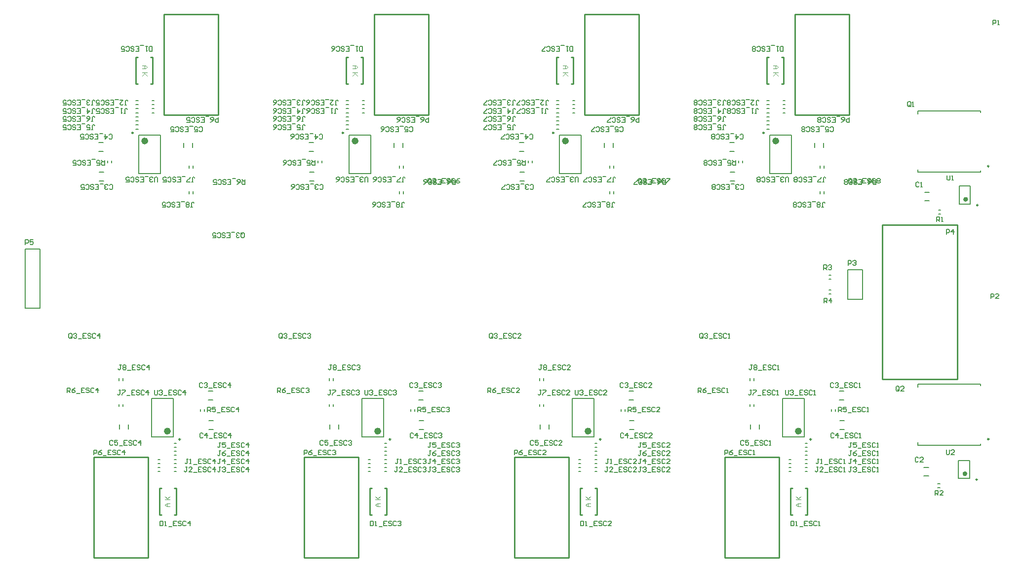
<source format=gto>
G04*
G04 #@! TF.GenerationSoftware,Altium Limited,Altium Designer,19.1.6 (110)*
G04*
G04 Layer_Color=65535*
%FSLAX25Y25*%
%MOIN*%
G70*
G01*
G75*
%ADD10C,0.00984*%
%ADD11C,0.02362*%
%ADD12C,0.01575*%
%ADD13C,0.01000*%
%ADD14C,0.00787*%
%ADD15C,0.00394*%
%ADD16C,0.00600*%
D10*
X822335Y182465D02*
G03*
X822335Y182465I-492J0D01*
G01*
X670587Y389551D02*
G03*
X670587Y389551I-492J0D01*
G01*
X528587Y389551D02*
G03*
X528587Y389551I-492J0D01*
G01*
X386587Y389551D02*
G03*
X386587Y389551I-492J0D01*
G01*
X244587Y389551D02*
G03*
X244587Y389551I-492J0D01*
G01*
X276398Y182370D02*
G03*
X276398Y182370I-492J0D01*
G01*
X418398Y182370D02*
G03*
X418398Y182370I-492J0D01*
G01*
X560398D02*
G03*
X560398Y182370I-492J0D01*
G01*
X702398Y182370D02*
G03*
X702398Y182370I-492J0D01*
G01*
X814457Y155110D02*
G03*
X814457Y155110I-492J0D01*
G01*
X814957Y340610D02*
G03*
X814957Y340610I-492J0D01*
G01*
X822335Y366965D02*
G03*
X822335Y366965I-492J0D01*
G01*
D11*
X679543Y384039D02*
G03*
X679543Y384039I-1181J0D01*
G01*
X537543Y384039D02*
G03*
X537543Y384039I-1181J0D01*
G01*
X395543Y384039D02*
G03*
X395543Y384039I-1181J0D01*
G01*
X253543Y384039D02*
G03*
X253543Y384039I-1181J0D01*
G01*
X268819Y187882D02*
G03*
X268819Y187882I-1181J0D01*
G01*
X410819Y187882D02*
G03*
X410819Y187882I-1181J0D01*
G01*
X552819D02*
G03*
X552819Y187882I-1181J0D01*
G01*
X694819Y187882D02*
G03*
X694819Y187882I-1181J0D01*
G01*
D12*
X806878Y159047D02*
G03*
X806878Y159047I-787J0D01*
G01*
X807378Y344547D02*
G03*
X807378Y344547I-787J0D01*
G01*
D13*
X750189Y327287D02*
X800976D01*
X750189Y223224D02*
Y327287D01*
X800976Y223173D02*
Y327287D01*
X800815Y223012D02*
X800976Y223173D01*
X750327Y223012D02*
X800815D01*
X691323Y401543D02*
X728094D01*
Y469575D01*
X691323D02*
X728094D01*
X691323Y401543D02*
Y469575D01*
X549323Y401543D02*
X586095D01*
Y469575D01*
X549323D02*
X586095D01*
X549323Y401543D02*
Y469575D01*
X407323Y401543D02*
X444095D01*
Y469575D01*
X407323D02*
X444095D01*
X407323Y401543D02*
Y469575D01*
X265323Y401543D02*
X302095D01*
Y469575D01*
X265323D02*
X302095D01*
X265323Y401543D02*
Y469575D01*
X217905Y170378D02*
X254677D01*
X217905Y102346D02*
Y170378D01*
Y102346D02*
X254677D01*
Y170378D01*
X359906D02*
X396677D01*
X359906Y102346D02*
Y170378D01*
Y102346D02*
X396677D01*
Y170378D01*
X501905D02*
X538677D01*
X501905Y102346D02*
Y170378D01*
Y102346D02*
X538677D01*
Y170378D01*
X643905D02*
X680677D01*
X643905Y102346D02*
Y170378D01*
Y102346D02*
X680677D01*
Y170378D01*
X683709Y422484D02*
Y440594D01*
X672291Y422484D02*
Y440594D01*
X682291D02*
X683709D01*
X682291Y422484D02*
X683709D01*
X672291D02*
X673709D01*
X672291Y440594D02*
X673709D01*
X541709Y422484D02*
Y440594D01*
X530291Y422484D02*
Y440594D01*
X540291D02*
X541709D01*
X540291Y422484D02*
X541709D01*
X530291D02*
X531709D01*
X530291Y440594D02*
X531709D01*
X399709Y422484D02*
Y440594D01*
X388291Y422484D02*
Y440594D01*
X398291D02*
X399709D01*
X398291Y422484D02*
X399709D01*
X388291D02*
X389709D01*
X388291Y440594D02*
X389709D01*
X257709Y422484D02*
Y440594D01*
X246291Y422484D02*
Y440594D01*
X256291D02*
X257709D01*
X256291Y422484D02*
X257709D01*
X246291D02*
X247709D01*
X246291Y440594D02*
X247709D01*
X262291Y131327D02*
Y149437D01*
X273709Y131327D02*
Y149437D01*
X262291Y131327D02*
X263709D01*
X262291Y149437D02*
X263709D01*
X272291D02*
X273709D01*
X272291Y131327D02*
X273709D01*
X404291D02*
Y149437D01*
X415709Y131327D02*
Y149437D01*
X404291Y131327D02*
X405709D01*
X404291Y149437D02*
X405709D01*
X414291D02*
X415709D01*
X414291Y131327D02*
X415709D01*
X546291D02*
Y149437D01*
X557709Y131327D02*
Y149437D01*
X546291Y131327D02*
X547709D01*
X546291Y149437D02*
X547709D01*
X556291D02*
X557709D01*
X556291Y131327D02*
X557709D01*
X688291D02*
Y149437D01*
X699709Y131327D02*
Y149437D01*
X688291Y131327D02*
X689709D01*
X688291Y149437D02*
X689709D01*
X698291D02*
X699709D01*
X698291Y131327D02*
X699709D01*
D14*
X774405Y219669D02*
X816482D01*
X774405Y217701D02*
Y219669D01*
X816482Y218685D02*
Y219669D01*
Y178331D02*
Y179315D01*
X774405Y178331D02*
Y180299D01*
Y178331D02*
X816482D01*
X674425Y361992D02*
Y387976D01*
X688992Y361992D02*
Y387976D01*
X674425D02*
X688992D01*
X674425Y361992D02*
X688992D01*
X532425Y361992D02*
Y387976D01*
X546992Y361992D02*
Y387976D01*
X532425D02*
X546992D01*
X532425Y361992D02*
X546992D01*
X390425Y361992D02*
Y387976D01*
X404992Y361992D02*
Y387976D01*
X390425D02*
X404992D01*
X390425Y361992D02*
X404992D01*
X248425Y361992D02*
Y387976D01*
X262992Y361992D02*
Y387976D01*
X248425D02*
X262992D01*
X248425Y361992D02*
X262992D01*
X271575Y183945D02*
Y209929D01*
X257008Y183945D02*
Y209929D01*
Y183945D02*
X271575D01*
X257008Y209929D02*
X271575D01*
X413575Y183945D02*
Y209929D01*
X399008Y183945D02*
Y209929D01*
Y183945D02*
X413575D01*
X399008Y209929D02*
X413575D01*
X555575Y183945D02*
Y209929D01*
X541008Y183945D02*
Y209929D01*
Y183945D02*
X555575D01*
X541008Y209929D02*
X555575D01*
X697575Y183945D02*
Y209929D01*
X683008Y183945D02*
Y209929D01*
Y183945D02*
X697575D01*
X683008Y209929D02*
X697575D01*
X809240Y155898D02*
Y168102D01*
X801760Y155898D02*
Y168102D01*
Y155898D02*
X809240D01*
X801760Y168102D02*
X809240D01*
X809740Y341398D02*
Y353602D01*
X802260Y341398D02*
Y353602D01*
Y341398D02*
X809740D01*
X802260Y353602D02*
X809740D01*
X653331Y369197D02*
Y370772D01*
X656087Y369197D02*
Y370772D01*
X511331Y369197D02*
Y370772D01*
X514087Y369197D02*
Y370772D01*
X369331Y369197D02*
Y370772D01*
X372087Y369197D02*
Y370772D01*
X227331Y369197D02*
Y370772D01*
X230087Y369197D02*
Y370772D01*
X292669Y201150D02*
Y202724D01*
X289913Y201150D02*
Y202724D01*
X434669Y201150D02*
Y202724D01*
X431913Y201150D02*
Y202724D01*
X576669Y201150D02*
Y202724D01*
X573913Y201150D02*
Y202724D01*
X718669Y201150D02*
Y202724D01*
X715913Y201150D02*
Y202724D01*
X714213Y280622D02*
X715787D01*
X714213Y283378D02*
X715787D01*
X714213Y293378D02*
X715787D01*
X714213Y290622D02*
X715787D01*
X787713Y152378D02*
X789287D01*
X787713Y149622D02*
X789287D01*
X788213Y337378D02*
X789787D01*
X788213Y334622D02*
X789787D01*
X774405Y362831D02*
X816482D01*
X774405D02*
Y364799D01*
X816482Y362831D02*
Y363815D01*
Y403185D02*
Y404169D01*
X774405Y402201D02*
Y404169D01*
X816482D01*
X171500Y271000D02*
X181500D01*
X171500D02*
Y311000D01*
X181500Y271000D02*
Y311000D01*
X171500D02*
X181500D01*
X727000Y297000D02*
X737000D01*
Y277000D02*
Y297000D01*
X727000Y277000D02*
X737000D01*
X727000D02*
Y297000D01*
X711087Y348291D02*
Y349866D01*
X708331Y348291D02*
Y349866D01*
X569087Y348291D02*
Y349866D01*
X566331Y348291D02*
Y349866D01*
X427087Y348291D02*
Y349866D01*
X424331Y348291D02*
Y349866D01*
X285087Y348291D02*
Y349866D01*
X282331Y348291D02*
Y349866D01*
X234913Y222055D02*
Y223630D01*
X237669Y222055D02*
Y223630D01*
X376913Y222055D02*
Y223630D01*
X379669Y222055D02*
Y223630D01*
X518913Y222055D02*
Y223630D01*
X521669Y222055D02*
Y223630D01*
X660913Y222055D02*
Y223630D01*
X663669Y222055D02*
Y223630D01*
X711087Y365791D02*
Y367366D01*
X708331Y365791D02*
Y367366D01*
X569087Y365791D02*
Y367366D01*
X566331Y365791D02*
Y367366D01*
X427087Y365791D02*
Y367366D01*
X424331Y365791D02*
Y367366D01*
X285087Y365791D02*
Y367366D01*
X282331Y365791D02*
Y367366D01*
X234913Y204555D02*
Y206130D01*
X237669Y204555D02*
Y206130D01*
X376913Y204555D02*
Y206130D01*
X379669Y204555D02*
Y206130D01*
X518913Y204555D02*
Y206130D01*
X521669Y204555D02*
Y206130D01*
X660913Y204555D02*
Y206130D01*
X663669Y204555D02*
Y206130D01*
X672260Y397622D02*
X673835D01*
X672260Y400378D02*
X673835D01*
X530260Y397622D02*
X531835D01*
X530260Y400378D02*
X531835D01*
X388260Y397622D02*
X389835D01*
X388260Y400378D02*
X389835D01*
X246260Y397622D02*
X247835D01*
X246260Y400378D02*
X247835D01*
X272165Y174299D02*
X273740D01*
X272165Y171543D02*
X273740D01*
X414165Y174299D02*
X415740D01*
X414165Y171543D02*
X415740D01*
X556165Y174299D02*
X557740D01*
X556165Y171543D02*
X557740D01*
X698165Y174299D02*
X699740D01*
X698165Y171543D02*
X699740D01*
X672260Y392122D02*
X673835D01*
X672260Y394878D02*
X673835D01*
X530260Y392122D02*
X531835D01*
X530260Y394878D02*
X531835D01*
X388260Y392122D02*
X389835D01*
X388260Y394878D02*
X389835D01*
X246260Y392122D02*
X247835D01*
X246260Y394878D02*
X247835D01*
X272165Y179799D02*
X273740D01*
X272165Y177043D02*
X273740D01*
X414165Y179799D02*
X415740D01*
X414165Y177043D02*
X415740D01*
X556165Y179799D02*
X557740D01*
X556165Y177043D02*
X557740D01*
X698165Y179799D02*
X699740D01*
X698165Y177043D02*
X699740D01*
X672260Y403122D02*
X673835D01*
X672260Y405878D02*
X673835D01*
X530260Y403122D02*
X531835D01*
X530260Y405878D02*
X531835D01*
X388260Y403122D02*
X389835D01*
X388260Y405878D02*
X389835D01*
X246260Y403122D02*
X247835D01*
X246260Y405878D02*
X247835D01*
X272165Y168799D02*
X273740D01*
X272165Y166043D02*
X273740D01*
X414165Y168799D02*
X415740D01*
X414165Y166043D02*
X415740D01*
X556165Y168799D02*
X557740D01*
X556165Y166043D02*
X557740D01*
X698165Y168799D02*
X699740D01*
X698165Y166043D02*
X699740D01*
X672260Y408622D02*
X673835D01*
X672260Y411378D02*
X673835D01*
X530260Y408622D02*
X531835D01*
X530260Y411378D02*
X531835D01*
X388260Y408622D02*
X389835D01*
X388260Y411378D02*
X389835D01*
X246260Y408622D02*
X247835D01*
X246260Y411378D02*
X247835D01*
X272165Y163299D02*
X273740D01*
X272165Y160543D02*
X273740D01*
X414165Y163299D02*
X415740D01*
X414165Y160543D02*
X415740D01*
X556165Y163299D02*
X557740D01*
X556165Y160543D02*
X557740D01*
X698165Y163299D02*
X699740D01*
X698165Y160543D02*
X699740D01*
X683213Y408622D02*
X684787D01*
X683213Y411378D02*
X684787D01*
X541213Y408622D02*
X542787D01*
X541213Y411378D02*
X542787D01*
X399213Y408622D02*
X400787D01*
X399213Y411378D02*
X400787D01*
X257213Y408622D02*
X258787D01*
X257213Y411378D02*
X258787D01*
X261213Y163299D02*
X262787D01*
X261213Y160543D02*
X262787D01*
X403213Y163299D02*
X404787D01*
X403213Y160543D02*
X404787D01*
X545213Y163299D02*
X546787D01*
X545213Y160543D02*
X546787D01*
X687213Y163299D02*
X688787D01*
X687213Y160543D02*
X688787D01*
X683213Y403122D02*
X684787D01*
X683213Y405878D02*
X684787D01*
X541213Y403122D02*
X542787D01*
X541213Y405878D02*
X542787D01*
X399213Y403122D02*
X400787D01*
X399213Y405878D02*
X400787D01*
X257213Y403122D02*
X258787D01*
X257213Y405878D02*
X258787D01*
X261213Y168799D02*
X262787D01*
X261213Y166043D02*
X262787D01*
X403213Y168799D02*
X404787D01*
X403213Y166043D02*
X404787D01*
X545213Y168799D02*
X546787D01*
X545213Y166043D02*
X546787D01*
X687213Y168799D02*
X688787D01*
X687213Y166043D02*
X688787D01*
X710661Y379504D02*
Y382654D01*
X704756Y379504D02*
Y382654D01*
X568661Y379504D02*
Y382654D01*
X562756Y379504D02*
Y382654D01*
X426661Y379504D02*
Y382654D01*
X420756Y379504D02*
Y382654D01*
X284661Y379504D02*
Y382654D01*
X278756Y379504D02*
Y382654D01*
X235339Y189268D02*
Y192417D01*
X241244Y189268D02*
Y192417D01*
X377339Y189268D02*
Y192417D01*
X383244Y189268D02*
Y192417D01*
X519339Y189268D02*
Y192417D01*
X525244Y189268D02*
Y192417D01*
X661339Y189268D02*
Y192417D01*
X667244Y189268D02*
Y192417D01*
X647319Y377031D02*
X650468D01*
X647319Y382937D02*
X650468D01*
X505319Y377031D02*
X508468D01*
X505319Y382937D02*
X508468D01*
X363319Y377031D02*
X366469D01*
X363319Y382937D02*
X366469D01*
X221319Y377031D02*
X224468D01*
X221319Y382937D02*
X224468D01*
X295532Y194890D02*
X298681D01*
X295532Y188984D02*
X298681D01*
X437532Y194890D02*
X440681D01*
X437532Y188984D02*
X440681D01*
X579531Y194890D02*
X582681D01*
X579531Y188984D02*
X582681D01*
X721531Y194890D02*
X724681D01*
X721531Y188984D02*
X724681D01*
X647634Y357031D02*
X650783D01*
X647634Y362937D02*
X650783D01*
X505634Y357031D02*
X508783D01*
X505634Y362937D02*
X508783D01*
X363634Y357031D02*
X366783D01*
X363634Y362937D02*
X366783D01*
X221634Y357031D02*
X224783D01*
X221634Y362937D02*
X224783D01*
X295216Y214890D02*
X298366D01*
X295216Y208984D02*
X298366D01*
X437217Y214890D02*
X440366D01*
X437217Y208984D02*
X440366D01*
X579216Y214890D02*
X582366D01*
X579216Y208984D02*
X582366D01*
X721216Y214890D02*
X724366D01*
X721216Y208984D02*
X724366D01*
X778425Y157547D02*
X781575D01*
X778425Y163453D02*
X781575D01*
X778925Y343547D02*
X782075D01*
X778925Y349453D02*
X782075D01*
D15*
X676721Y434945D02*
X678820D01*
X679869Y433895D01*
X678820Y432846D01*
X676721D01*
X678295D01*
Y434945D01*
X679869Y430221D02*
X676721D01*
X677770D01*
X679869Y428121D01*
X678295Y429696D01*
X676721Y428121D01*
X534721Y434945D02*
X536820D01*
X537869Y433895D01*
X536820Y432846D01*
X534721D01*
X536295D01*
Y434945D01*
X537869Y430221D02*
X534721D01*
X535770D01*
X537869Y428121D01*
X536295Y429696D01*
X534721Y428121D01*
X392721Y434945D02*
X394819D01*
X395869Y433895D01*
X394819Y432846D01*
X392721D01*
X394295D01*
Y434945D01*
X395869Y430221D02*
X392721D01*
X393770D01*
X395869Y428121D01*
X394295Y429696D01*
X392721Y428121D01*
X250721Y434945D02*
X252819D01*
X253869Y433895D01*
X252819Y432846D01*
X250721D01*
X252295D01*
Y434945D01*
X253869Y430221D02*
X250721D01*
X251770D01*
X253869Y428121D01*
X252295Y429696D01*
X250721Y428121D01*
X269280Y136976D02*
X267180D01*
X266131Y138026D01*
X267180Y139076D01*
X269280D01*
X267705D01*
Y136976D01*
X266131Y141701D02*
X269280D01*
X268230D01*
X266131Y143800D01*
X267705Y142226D01*
X269280Y143800D01*
X411279Y136976D02*
X409180D01*
X408131Y138026D01*
X409180Y139076D01*
X411279D01*
X409705D01*
Y136976D01*
X408131Y141701D02*
X411279D01*
X410230D01*
X408131Y143800D01*
X409705Y142226D01*
X411279Y143800D01*
X553279Y136976D02*
X551181D01*
X550131Y138026D01*
X551181Y139076D01*
X553279D01*
X551705D01*
Y136976D01*
X550131Y141701D02*
X553279D01*
X552230D01*
X550131Y143800D01*
X551705Y142226D01*
X553279Y143800D01*
X695280Y136976D02*
X693181D01*
X692131Y138026D01*
X693181Y139076D01*
X695280D01*
X693705D01*
Y136976D01*
X692131Y141701D02*
X695280D01*
X694230D01*
X692131Y143800D01*
X693705Y142226D01*
X695280Y143800D01*
D16*
X687094Y356301D02*
Y358967D01*
X686561Y359500D01*
X685495D01*
X684962Y358967D01*
Y356301D01*
X683895Y356834D02*
X683362Y356301D01*
X682296D01*
X681763Y356834D01*
Y357367D01*
X682296Y357901D01*
X682829D01*
X682296D01*
X681763Y358434D01*
Y358967D01*
X682296Y359500D01*
X683362D01*
X683895Y358967D01*
X680697Y360033D02*
X678564D01*
X675365Y356301D02*
X677498D01*
Y359500D01*
X675365D01*
X677498Y357901D02*
X676431D01*
X672166Y356834D02*
X672699Y356301D01*
X673766D01*
X674299Y356834D01*
Y357367D01*
X673766Y357901D01*
X672699D01*
X672166Y358434D01*
Y358967D01*
X672699Y359500D01*
X673766D01*
X674299Y358967D01*
X668967Y356834D02*
X669500Y356301D01*
X670567D01*
X671100Y356834D01*
Y358967D01*
X670567Y359500D01*
X669500D01*
X668967Y358967D01*
X667901Y356834D02*
X667368Y356301D01*
X666301D01*
X665768Y356834D01*
Y357367D01*
X666301Y357901D01*
X665768Y358434D01*
Y358967D01*
X666301Y359500D01*
X667368D01*
X667901Y358967D01*
Y358434D01*
X667368Y357901D01*
X667901Y357367D01*
Y356834D01*
X667368Y357901D02*
X666301D01*
X545094Y356301D02*
Y358967D01*
X544561Y359500D01*
X543495D01*
X542962Y358967D01*
Y356301D01*
X541895Y356834D02*
X541362Y356301D01*
X540296D01*
X539763Y356834D01*
Y357367D01*
X540296Y357901D01*
X540829D01*
X540296D01*
X539763Y358434D01*
Y358967D01*
X540296Y359500D01*
X541362D01*
X541895Y358967D01*
X538697Y360033D02*
X536564D01*
X533365Y356301D02*
X535498D01*
Y359500D01*
X533365D01*
X535498Y357901D02*
X534431D01*
X530166Y356834D02*
X530699Y356301D01*
X531766D01*
X532299Y356834D01*
Y357367D01*
X531766Y357901D01*
X530699D01*
X530166Y358434D01*
Y358967D01*
X530699Y359500D01*
X531766D01*
X532299Y358967D01*
X526967Y356834D02*
X527500Y356301D01*
X528567D01*
X529100Y356834D01*
Y358967D01*
X528567Y359500D01*
X527500D01*
X526967Y358967D01*
X525901Y356301D02*
X523768D01*
Y356834D01*
X525901Y358967D01*
Y359500D01*
X403094Y356301D02*
Y358967D01*
X402561Y359500D01*
X401495D01*
X400962Y358967D01*
Y356301D01*
X399896Y356834D02*
X399362Y356301D01*
X398296D01*
X397763Y356834D01*
Y357367D01*
X398296Y357901D01*
X398829D01*
X398296D01*
X397763Y358434D01*
Y358967D01*
X398296Y359500D01*
X399362D01*
X399896Y358967D01*
X396697Y360033D02*
X394564D01*
X391365Y356301D02*
X393498D01*
Y359500D01*
X391365D01*
X393498Y357901D02*
X392431D01*
X388166Y356834D02*
X388699Y356301D01*
X389766D01*
X390299Y356834D01*
Y357367D01*
X389766Y357901D01*
X388699D01*
X388166Y358434D01*
Y358967D01*
X388699Y359500D01*
X389766D01*
X390299Y358967D01*
X384967Y356834D02*
X385500Y356301D01*
X386566D01*
X387100Y356834D01*
Y358967D01*
X386566Y359500D01*
X385500D01*
X384967Y358967D01*
X381768Y356301D02*
X382834Y356834D01*
X383901Y357901D01*
Y358967D01*
X383367Y359500D01*
X382301D01*
X381768Y358967D01*
Y358434D01*
X382301Y357901D01*
X383901D01*
X261094Y356301D02*
Y358967D01*
X260561Y359500D01*
X259495D01*
X258962Y358967D01*
Y356301D01*
X257895Y356834D02*
X257362Y356301D01*
X256296D01*
X255763Y356834D01*
Y357367D01*
X256296Y357901D01*
X256829D01*
X256296D01*
X255763Y358434D01*
Y358967D01*
X256296Y359500D01*
X257362D01*
X257895Y358967D01*
X254697Y360033D02*
X252564D01*
X249365Y356301D02*
X251498D01*
Y359500D01*
X249365D01*
X251498Y357901D02*
X250431D01*
X246166Y356834D02*
X246699Y356301D01*
X247765D01*
X248299Y356834D01*
Y357367D01*
X247765Y357901D01*
X246699D01*
X246166Y358434D01*
Y358967D01*
X246699Y359500D01*
X247765D01*
X248299Y358967D01*
X242967Y356834D02*
X243500Y356301D01*
X244566D01*
X245100Y356834D01*
Y358967D01*
X244566Y359500D01*
X243500D01*
X242967Y358967D01*
X239768Y356301D02*
X241901D01*
Y357901D01*
X240834Y357367D01*
X240301D01*
X239768Y357901D01*
Y358967D01*
X240301Y359500D01*
X241368D01*
X241901Y358967D01*
X258906Y215620D02*
Y212954D01*
X259439Y212421D01*
X260505D01*
X261038Y212954D01*
Y215620D01*
X262105Y215087D02*
X262638Y215620D01*
X263704D01*
X264237Y215087D01*
Y214554D01*
X263704Y214021D01*
X263171D01*
X263704D01*
X264237Y213488D01*
Y212954D01*
X263704Y212421D01*
X262638D01*
X262105Y212954D01*
X265303Y211888D02*
X267436D01*
X270635Y215620D02*
X268502D01*
Y212421D01*
X270635D01*
X268502Y214021D02*
X269569D01*
X273834Y215087D02*
X273301Y215620D01*
X272235D01*
X271701Y215087D01*
Y214554D01*
X272235Y214021D01*
X273301D01*
X273834Y213488D01*
Y212954D01*
X273301Y212421D01*
X272235D01*
X271701Y212954D01*
X277033Y215087D02*
X276500Y215620D01*
X275433D01*
X274900Y215087D01*
Y212954D01*
X275433Y212421D01*
X276500D01*
X277033Y212954D01*
X279699Y212421D02*
Y215620D01*
X278099Y214021D01*
X280232D01*
X400906Y215620D02*
Y212954D01*
X401439Y212421D01*
X402505D01*
X403038Y212954D01*
Y215620D01*
X404105Y215087D02*
X404638Y215620D01*
X405704D01*
X406237Y215087D01*
Y214554D01*
X405704Y214021D01*
X405171D01*
X405704D01*
X406237Y213488D01*
Y212954D01*
X405704Y212421D01*
X404638D01*
X404105Y212954D01*
X407303Y211888D02*
X409436D01*
X412635Y215620D02*
X410502D01*
Y212421D01*
X412635D01*
X410502Y214021D02*
X411569D01*
X415834Y215087D02*
X415301Y215620D01*
X414234D01*
X413701Y215087D01*
Y214554D01*
X414234Y214021D01*
X415301D01*
X415834Y213488D01*
Y212954D01*
X415301Y212421D01*
X414234D01*
X413701Y212954D01*
X419033Y215087D02*
X418500Y215620D01*
X417434D01*
X416900Y215087D01*
Y212954D01*
X417434Y212421D01*
X418500D01*
X419033Y212954D01*
X420099Y215087D02*
X420633Y215620D01*
X421699D01*
X422232Y215087D01*
Y214554D01*
X421699Y214021D01*
X421166D01*
X421699D01*
X422232Y213488D01*
Y212954D01*
X421699Y212421D01*
X420633D01*
X420099Y212954D01*
X542906Y215620D02*
Y212954D01*
X543439Y212421D01*
X544505D01*
X545038Y212954D01*
Y215620D01*
X546104Y215087D02*
X546638Y215620D01*
X547704D01*
X548237Y215087D01*
Y214554D01*
X547704Y214021D01*
X547171D01*
X547704D01*
X548237Y213488D01*
Y212954D01*
X547704Y212421D01*
X546638D01*
X546104Y212954D01*
X549303Y211888D02*
X551436D01*
X554635Y215620D02*
X552502D01*
Y212421D01*
X554635D01*
X552502Y214021D02*
X553569D01*
X557834Y215087D02*
X557301Y215620D01*
X556235D01*
X555701Y215087D01*
Y214554D01*
X556235Y214021D01*
X557301D01*
X557834Y213488D01*
Y212954D01*
X557301Y212421D01*
X556235D01*
X555701Y212954D01*
X561033Y215087D02*
X560500Y215620D01*
X559434D01*
X558900Y215087D01*
Y212954D01*
X559434Y212421D01*
X560500D01*
X561033Y212954D01*
X564232Y212421D02*
X562099D01*
X564232Y214554D01*
Y215087D01*
X563699Y215620D01*
X562633D01*
X562099Y215087D01*
X684905Y215620D02*
Y212954D01*
X685439Y212421D01*
X686505D01*
X687038Y212954D01*
Y215620D01*
X688104Y215087D02*
X688638Y215620D01*
X689704D01*
X690237Y215087D01*
Y214554D01*
X689704Y214021D01*
X689171D01*
X689704D01*
X690237Y213488D01*
Y212954D01*
X689704Y212421D01*
X688638D01*
X688104Y212954D01*
X691303Y211888D02*
X693436D01*
X696635Y215620D02*
X694502D01*
Y212421D01*
X696635D01*
X694502Y214021D02*
X695569D01*
X699834Y215087D02*
X699301Y215620D01*
X698235D01*
X697701Y215087D01*
Y214554D01*
X698235Y214021D01*
X699301D01*
X699834Y213488D01*
Y212954D01*
X699301Y212421D01*
X698235D01*
X697701Y212954D01*
X703033Y215087D02*
X702500Y215620D01*
X701434D01*
X700900Y215087D01*
Y212954D01*
X701434Y212421D01*
X702500D01*
X703033Y212954D01*
X704099Y212421D02*
X705166D01*
X704633D01*
Y215620D01*
X704099Y215087D01*
X793500Y175199D02*
Y172533D01*
X794033Y172000D01*
X795099D01*
X795633Y172533D01*
Y175199D01*
X798832Y172000D02*
X796699D01*
X798832Y174133D01*
Y174666D01*
X798298Y175199D01*
X797232D01*
X796699Y174666D01*
X794000Y360699D02*
Y358033D01*
X794533Y357500D01*
X795600D01*
X796133Y358033D01*
Y360699D01*
X797199Y357500D02*
X798265D01*
X797732D01*
Y360699D01*
X797199Y360166D01*
X746047Y358000D02*
Y354801D01*
X744448D01*
X743915Y355334D01*
Y356400D01*
X744448Y356934D01*
X746047D01*
X744981D02*
X743915Y358000D01*
X740716Y354801D02*
X741782Y355334D01*
X742848Y356400D01*
Y357467D01*
X742315Y358000D01*
X741249D01*
X740716Y357467D01*
Y356934D01*
X741249Y356400D01*
X742848D01*
X739649Y358533D02*
X737517D01*
X734318Y354801D02*
X736450D01*
Y358000D01*
X734318D01*
X736450Y356400D02*
X735384D01*
X731119Y355334D02*
X731652Y354801D01*
X732718D01*
X733251Y355334D01*
Y355867D01*
X732718Y356400D01*
X731652D01*
X731119Y356934D01*
Y357467D01*
X731652Y358000D01*
X732718D01*
X733251Y357467D01*
X727920Y355334D02*
X728453Y354801D01*
X729519D01*
X730052Y355334D01*
Y357467D01*
X729519Y358000D01*
X728453D01*
X727920Y357467D01*
X726853Y355334D02*
X726320Y354801D01*
X725254D01*
X724721Y355334D01*
Y355867D01*
X725254Y356400D01*
X724721Y356934D01*
Y357467D01*
X725254Y358000D01*
X726320D01*
X726853Y357467D01*
Y356934D01*
X726320Y356400D01*
X726853Y355867D01*
Y355334D01*
X726320Y356400D02*
X725254D01*
X604047Y358000D02*
Y354801D01*
X602448D01*
X601915Y355334D01*
Y356400D01*
X602448Y356934D01*
X604047D01*
X602981D02*
X601915Y358000D01*
X598716Y354801D02*
X599782Y355334D01*
X600848Y356400D01*
Y357467D01*
X600315Y358000D01*
X599249D01*
X598716Y357467D01*
Y356934D01*
X599249Y356400D01*
X600848D01*
X597649Y358533D02*
X595517D01*
X592318Y354801D02*
X594450D01*
Y358000D01*
X592318D01*
X594450Y356400D02*
X593384D01*
X589119Y355334D02*
X589652Y354801D01*
X590718D01*
X591251Y355334D01*
Y355867D01*
X590718Y356400D01*
X589652D01*
X589119Y356934D01*
Y357467D01*
X589652Y358000D01*
X590718D01*
X591251Y357467D01*
X585920Y355334D02*
X586453Y354801D01*
X587519D01*
X588052Y355334D01*
Y357467D01*
X587519Y358000D01*
X586453D01*
X585920Y357467D01*
X584853Y354801D02*
X582721D01*
Y355334D01*
X584853Y357467D01*
Y358000D01*
X462047D02*
Y354801D01*
X460448D01*
X459915Y355334D01*
Y356400D01*
X460448Y356934D01*
X462047D01*
X460981D02*
X459915Y358000D01*
X456716Y354801D02*
X457782Y355334D01*
X458848Y356400D01*
Y357467D01*
X458315Y358000D01*
X457249D01*
X456716Y357467D01*
Y356934D01*
X457249Y356400D01*
X458848D01*
X455649Y358533D02*
X453517D01*
X450318Y354801D02*
X452450D01*
Y358000D01*
X450318D01*
X452450Y356400D02*
X451384D01*
X447119Y355334D02*
X447652Y354801D01*
X448718D01*
X449251Y355334D01*
Y355867D01*
X448718Y356400D01*
X447652D01*
X447119Y356934D01*
Y357467D01*
X447652Y358000D01*
X448718D01*
X449251Y357467D01*
X443920Y355334D02*
X444453Y354801D01*
X445519D01*
X446052Y355334D01*
Y357467D01*
X445519Y358000D01*
X444453D01*
X443920Y357467D01*
X440721Y354801D02*
X441787Y355334D01*
X442853Y356400D01*
Y357467D01*
X442320Y358000D01*
X441254D01*
X440721Y357467D01*
Y356934D01*
X441254Y356400D01*
X442853D01*
X320047Y358000D02*
Y354801D01*
X318448D01*
X317915Y355334D01*
Y356400D01*
X318448Y356934D01*
X320047D01*
X318981D02*
X317915Y358000D01*
X314716Y354801D02*
X315782Y355334D01*
X316848Y356400D01*
Y357467D01*
X316315Y358000D01*
X315249D01*
X314716Y357467D01*
Y356934D01*
X315249Y356400D01*
X316848D01*
X313649Y358533D02*
X311517D01*
X308318Y354801D02*
X310450D01*
Y358000D01*
X308318D01*
X310450Y356400D02*
X309384D01*
X305119Y355334D02*
X305652Y354801D01*
X306718D01*
X307251Y355334D01*
Y355867D01*
X306718Y356400D01*
X305652D01*
X305119Y356934D01*
Y357467D01*
X305652Y358000D01*
X306718D01*
X307251Y357467D01*
X301920Y355334D02*
X302453Y354801D01*
X303519D01*
X304052Y355334D01*
Y357467D01*
X303519Y358000D01*
X302453D01*
X301920Y357467D01*
X298721Y354801D02*
X300853D01*
Y356400D01*
X299787Y355867D01*
X299254D01*
X298721Y356400D01*
Y357467D01*
X299254Y358000D01*
X300320D01*
X300853Y357467D01*
X199953Y213921D02*
Y217120D01*
X201552D01*
X202085Y216587D01*
Y215521D01*
X201552Y214988D01*
X199953D01*
X201019D02*
X202085Y213921D01*
X205284Y217120D02*
X204218Y216587D01*
X203152Y215521D01*
Y214454D01*
X203685Y213921D01*
X204751D01*
X205284Y214454D01*
Y214988D01*
X204751Y215521D01*
X203152D01*
X206351Y213388D02*
X208483D01*
X211682Y217120D02*
X209550D01*
Y213921D01*
X211682D01*
X209550Y215521D02*
X210616D01*
X214881Y216587D02*
X214348Y217120D01*
X213282D01*
X212749Y216587D01*
Y216054D01*
X213282Y215521D01*
X214348D01*
X214881Y214988D01*
Y214454D01*
X214348Y213921D01*
X213282D01*
X212749Y214454D01*
X218080Y216587D02*
X217547Y217120D01*
X216481D01*
X215948Y216587D01*
Y214454D01*
X216481Y213921D01*
X217547D01*
X218080Y214454D01*
X220746Y213921D02*
Y217120D01*
X219147Y215521D01*
X221279D01*
X341953Y213921D02*
Y217120D01*
X343552D01*
X344085Y216587D01*
Y215521D01*
X343552Y214988D01*
X341953D01*
X343019D02*
X344085Y213921D01*
X347284Y217120D02*
X346218Y216587D01*
X345152Y215521D01*
Y214454D01*
X345685Y213921D01*
X346751D01*
X347284Y214454D01*
Y214988D01*
X346751Y215521D01*
X345152D01*
X348351Y213388D02*
X350483D01*
X353682Y217120D02*
X351550D01*
Y213921D01*
X353682D01*
X351550Y215521D02*
X352616D01*
X356881Y216587D02*
X356348Y217120D01*
X355282D01*
X354749Y216587D01*
Y216054D01*
X355282Y215521D01*
X356348D01*
X356881Y214988D01*
Y214454D01*
X356348Y213921D01*
X355282D01*
X354749Y214454D01*
X360080Y216587D02*
X359547Y217120D01*
X358481D01*
X357948Y216587D01*
Y214454D01*
X358481Y213921D01*
X359547D01*
X360080Y214454D01*
X361147Y216587D02*
X361680Y217120D01*
X362746D01*
X363279Y216587D01*
Y216054D01*
X362746Y215521D01*
X362213D01*
X362746D01*
X363279Y214988D01*
Y214454D01*
X362746Y213921D01*
X361680D01*
X361147Y214454D01*
X483953Y213921D02*
Y217120D01*
X485552D01*
X486085Y216587D01*
Y215521D01*
X485552Y214988D01*
X483953D01*
X485019D02*
X486085Y213921D01*
X489284Y217120D02*
X488218Y216587D01*
X487152Y215521D01*
Y214454D01*
X487685Y213921D01*
X488751D01*
X489284Y214454D01*
Y214988D01*
X488751Y215521D01*
X487152D01*
X490351Y213388D02*
X492483D01*
X495682Y217120D02*
X493550D01*
Y213921D01*
X495682D01*
X493550Y215521D02*
X494616D01*
X498881Y216587D02*
X498348Y217120D01*
X497282D01*
X496749Y216587D01*
Y216054D01*
X497282Y215521D01*
X498348D01*
X498881Y214988D01*
Y214454D01*
X498348Y213921D01*
X497282D01*
X496749Y214454D01*
X502080Y216587D02*
X501547Y217120D01*
X500481D01*
X499948Y216587D01*
Y214454D01*
X500481Y213921D01*
X501547D01*
X502080Y214454D01*
X505279Y213921D02*
X503147D01*
X505279Y216054D01*
Y216587D01*
X504746Y217120D01*
X503680D01*
X503147Y216587D01*
X625953Y213921D02*
Y217120D01*
X627552D01*
X628085Y216587D01*
Y215521D01*
X627552Y214988D01*
X625953D01*
X627019D02*
X628085Y213921D01*
X631284Y217120D02*
X630218Y216587D01*
X629152Y215521D01*
Y214454D01*
X629685Y213921D01*
X630751D01*
X631284Y214454D01*
Y214988D01*
X630751Y215521D01*
X629152D01*
X632351Y213388D02*
X634483D01*
X637682Y217120D02*
X635550D01*
Y213921D01*
X637682D01*
X635550Y215521D02*
X636616D01*
X640881Y216587D02*
X640348Y217120D01*
X639282D01*
X638749Y216587D01*
Y216054D01*
X639282Y215521D01*
X640348D01*
X640881Y214988D01*
Y214454D01*
X640348Y213921D01*
X639282D01*
X638749Y214454D01*
X644080Y216587D02*
X643547Y217120D01*
X642481D01*
X641948Y216587D01*
Y214454D01*
X642481Y213921D01*
X643547D01*
X644080Y214454D01*
X645147Y213921D02*
X646213D01*
X645680D01*
Y217120D01*
X645147Y216587D01*
X651209Y370984D02*
Y367785D01*
X649609D01*
X649076Y368319D01*
Y369385D01*
X649609Y369918D01*
X651209D01*
X650142D02*
X649076Y370984D01*
X645877Y367785D02*
X648010D01*
Y369385D01*
X646943Y368852D01*
X646410D01*
X645877Y369385D01*
Y370451D01*
X646410Y370984D01*
X647476D01*
X648010Y370451D01*
X644811Y371517D02*
X642678D01*
X639479Y367785D02*
X641612D01*
Y370984D01*
X639479D01*
X641612Y369385D02*
X640545D01*
X636280Y368319D02*
X636813Y367785D01*
X637880D01*
X638413Y368319D01*
Y368852D01*
X637880Y369385D01*
X636813D01*
X636280Y369918D01*
Y370451D01*
X636813Y370984D01*
X637880D01*
X638413Y370451D01*
X633081Y368319D02*
X633614Y367785D01*
X634681D01*
X635214Y368319D01*
Y370451D01*
X634681Y370984D01*
X633614D01*
X633081Y370451D01*
X632015Y368319D02*
X631482Y367785D01*
X630415D01*
X629882Y368319D01*
Y368852D01*
X630415Y369385D01*
X629882Y369918D01*
Y370451D01*
X630415Y370984D01*
X631482D01*
X632015Y370451D01*
Y369918D01*
X631482Y369385D01*
X632015Y368852D01*
Y368319D01*
X631482Y369385D02*
X630415D01*
X509209Y370984D02*
Y367785D01*
X507609D01*
X507076Y368319D01*
Y369385D01*
X507609Y369918D01*
X509209D01*
X508142D02*
X507076Y370984D01*
X503877Y367785D02*
X506010D01*
Y369385D01*
X504943Y368852D01*
X504410D01*
X503877Y369385D01*
Y370451D01*
X504410Y370984D01*
X505477D01*
X506010Y370451D01*
X502811Y371517D02*
X500678D01*
X497479Y367785D02*
X499612D01*
Y370984D01*
X497479D01*
X499612Y369385D02*
X498545D01*
X494280Y368319D02*
X494813Y367785D01*
X495880D01*
X496413Y368319D01*
Y368852D01*
X495880Y369385D01*
X494813D01*
X494280Y369918D01*
Y370451D01*
X494813Y370984D01*
X495880D01*
X496413Y370451D01*
X491081Y368319D02*
X491614Y367785D01*
X492681D01*
X493214Y368319D01*
Y370451D01*
X492681Y370984D01*
X491614D01*
X491081Y370451D01*
X490015Y367785D02*
X487882D01*
Y368319D01*
X490015Y370451D01*
Y370984D01*
X367209D02*
Y367785D01*
X365609D01*
X365076Y368319D01*
Y369385D01*
X365609Y369918D01*
X367209D01*
X366142D02*
X365076Y370984D01*
X361877Y367785D02*
X364010D01*
Y369385D01*
X362943Y368852D01*
X362410D01*
X361877Y369385D01*
Y370451D01*
X362410Y370984D01*
X363476D01*
X364010Y370451D01*
X360811Y371517D02*
X358678D01*
X355479Y367785D02*
X357612D01*
Y370984D01*
X355479D01*
X357612Y369385D02*
X356545D01*
X352280Y368319D02*
X352813Y367785D01*
X353880D01*
X354413Y368319D01*
Y368852D01*
X353880Y369385D01*
X352813D01*
X352280Y369918D01*
Y370451D01*
X352813Y370984D01*
X353880D01*
X354413Y370451D01*
X349081Y368319D02*
X349614Y367785D01*
X350681D01*
X351214Y368319D01*
Y370451D01*
X350681Y370984D01*
X349614D01*
X349081Y370451D01*
X345882Y367785D02*
X346949Y368319D01*
X348015Y369385D01*
Y370451D01*
X347482Y370984D01*
X346415D01*
X345882Y370451D01*
Y369918D01*
X346415Y369385D01*
X348015D01*
X225209Y370984D02*
Y367785D01*
X223609D01*
X223076Y368319D01*
Y369385D01*
X223609Y369918D01*
X225209D01*
X224142D02*
X223076Y370984D01*
X219877Y367785D02*
X222010D01*
Y369385D01*
X220943Y368852D01*
X220410D01*
X219877Y369385D01*
Y370451D01*
X220410Y370984D01*
X221477D01*
X222010Y370451D01*
X218811Y371517D02*
X216678D01*
X213479Y367785D02*
X215612D01*
Y370984D01*
X213479D01*
X215612Y369385D02*
X214545D01*
X210280Y368319D02*
X210813Y367785D01*
X211880D01*
X212413Y368319D01*
Y368852D01*
X211880Y369385D01*
X210813D01*
X210280Y369918D01*
Y370451D01*
X210813Y370984D01*
X211880D01*
X212413Y370451D01*
X207081Y368319D02*
X207614Y367785D01*
X208681D01*
X209214Y368319D01*
Y370451D01*
X208681Y370984D01*
X207614D01*
X207081Y370451D01*
X203882Y367785D02*
X206015D01*
Y369385D01*
X204948Y368852D01*
X204415D01*
X203882Y369385D01*
Y370451D01*
X204415Y370984D01*
X205482D01*
X206015Y370451D01*
X294791Y200937D02*
Y204136D01*
X296391D01*
X296924Y203603D01*
Y202537D01*
X296391Y202003D01*
X294791D01*
X295858D02*
X296924Y200937D01*
X300123Y204136D02*
X297990D01*
Y202537D01*
X299057Y203070D01*
X299590D01*
X300123Y202537D01*
Y201470D01*
X299590Y200937D01*
X298523D01*
X297990Y201470D01*
X301189Y200404D02*
X303322D01*
X306521Y204136D02*
X304388D01*
Y200937D01*
X306521D01*
X304388Y202537D02*
X305455D01*
X309720Y203603D02*
X309187Y204136D01*
X308120D01*
X307587Y203603D01*
Y203070D01*
X308120Y202537D01*
X309187D01*
X309720Y202003D01*
Y201470D01*
X309187Y200937D01*
X308120D01*
X307587Y201470D01*
X312919Y203603D02*
X312386Y204136D01*
X311319D01*
X310786Y203603D01*
Y201470D01*
X311319Y200937D01*
X312386D01*
X312919Y201470D01*
X315585Y200937D02*
Y204136D01*
X313985Y202537D01*
X316118D01*
X436791Y200937D02*
Y204136D01*
X438391D01*
X438924Y203603D01*
Y202537D01*
X438391Y202003D01*
X436791D01*
X437858D02*
X438924Y200937D01*
X442123Y204136D02*
X439990D01*
Y202537D01*
X441057Y203070D01*
X441590D01*
X442123Y202537D01*
Y201470D01*
X441590Y200937D01*
X440523D01*
X439990Y201470D01*
X443189Y200404D02*
X445322D01*
X448521Y204136D02*
X446388D01*
Y200937D01*
X448521D01*
X446388Y202537D02*
X447455D01*
X451720Y203603D02*
X451187Y204136D01*
X450120D01*
X449587Y203603D01*
Y203070D01*
X450120Y202537D01*
X451187D01*
X451720Y202003D01*
Y201470D01*
X451187Y200937D01*
X450120D01*
X449587Y201470D01*
X454919Y203603D02*
X454386Y204136D01*
X453319D01*
X452786Y203603D01*
Y201470D01*
X453319Y200937D01*
X454386D01*
X454919Y201470D01*
X455985Y203603D02*
X456518Y204136D01*
X457585D01*
X458118Y203603D01*
Y203070D01*
X457585Y202537D01*
X457052D01*
X457585D01*
X458118Y202003D01*
Y201470D01*
X457585Y200937D01*
X456518D01*
X455985Y201470D01*
X578791Y200937D02*
Y204136D01*
X580391D01*
X580924Y203603D01*
Y202537D01*
X580391Y202003D01*
X578791D01*
X579858D02*
X580924Y200937D01*
X584123Y204136D02*
X581990D01*
Y202537D01*
X583057Y203070D01*
X583590D01*
X584123Y202537D01*
Y201470D01*
X583590Y200937D01*
X582523D01*
X581990Y201470D01*
X585189Y200404D02*
X587322D01*
X590521Y204136D02*
X588388D01*
Y200937D01*
X590521D01*
X588388Y202537D02*
X589455D01*
X593720Y203603D02*
X593187Y204136D01*
X592120D01*
X591587Y203603D01*
Y203070D01*
X592120Y202537D01*
X593187D01*
X593720Y202003D01*
Y201470D01*
X593187Y200937D01*
X592120D01*
X591587Y201470D01*
X596919Y203603D02*
X596386Y204136D01*
X595319D01*
X594786Y203603D01*
Y201470D01*
X595319Y200937D01*
X596386D01*
X596919Y201470D01*
X600118Y200937D02*
X597985D01*
X600118Y203070D01*
Y203603D01*
X599585Y204136D01*
X598518D01*
X597985Y203603D01*
X720791Y200937D02*
Y204136D01*
X722391D01*
X722924Y203603D01*
Y202537D01*
X722391Y202003D01*
X720791D01*
X721858D02*
X722924Y200937D01*
X726123Y204136D02*
X723990D01*
Y202537D01*
X725057Y203070D01*
X725590D01*
X726123Y202537D01*
Y201470D01*
X725590Y200937D01*
X724523D01*
X723990Y201470D01*
X727189Y200404D02*
X729322D01*
X732521Y204136D02*
X730388D01*
Y200937D01*
X732521D01*
X730388Y202537D02*
X731455D01*
X735720Y203603D02*
X735187Y204136D01*
X734120D01*
X733587Y203603D01*
Y203070D01*
X734120Y202537D01*
X735187D01*
X735720Y202003D01*
Y201470D01*
X735187Y200937D01*
X734120D01*
X733587Y201470D01*
X738919Y203603D02*
X738386Y204136D01*
X737319D01*
X736786Y203603D01*
Y201470D01*
X737319Y200937D01*
X738386D01*
X738919Y201470D01*
X739985Y200937D02*
X741051D01*
X740518D01*
Y204136D01*
X739985Y203603D01*
X711000Y274500D02*
Y277699D01*
X712600D01*
X713133Y277166D01*
Y276099D01*
X712600Y275566D01*
X711000D01*
X712066D02*
X713133Y274500D01*
X715798D02*
Y277699D01*
X714199Y276099D01*
X716332D01*
X710700Y297000D02*
Y300199D01*
X712299D01*
X712833Y299666D01*
Y298600D01*
X712299Y298066D01*
X710700D01*
X711766D02*
X712833Y297000D01*
X713899Y299666D02*
X714432Y300199D01*
X715498D01*
X716032Y299666D01*
Y299133D01*
X715498Y298600D01*
X714965D01*
X715498D01*
X716032Y298066D01*
Y297533D01*
X715498Y297000D01*
X714432D01*
X713899Y297533D01*
X786000Y144500D02*
Y147699D01*
X787600D01*
X788133Y147166D01*
Y146099D01*
X787600Y145566D01*
X786000D01*
X787066D02*
X788133Y144500D01*
X791332D02*
X789199D01*
X791332Y146633D01*
Y147166D01*
X790798Y147699D01*
X789732D01*
X789199Y147166D01*
X787000Y329500D02*
Y332699D01*
X788599D01*
X789133Y332166D01*
Y331100D01*
X788599Y330566D01*
X787000D01*
X788066D02*
X789133Y329500D01*
X790199D02*
X791265D01*
X790732D01*
Y332699D01*
X790199Y332166D01*
X729633Y356054D02*
Y358187D01*
X729100Y358720D01*
X728033D01*
X727500Y358187D01*
Y356054D01*
X728033Y355521D01*
X729100D01*
X728566Y356588D02*
X729633Y355521D01*
X729100D02*
X729633Y356054D01*
X730699Y358187D02*
X731232Y358720D01*
X732298D01*
X732832Y358187D01*
Y357654D01*
X732298Y357121D01*
X731765D01*
X732298D01*
X732832Y356588D01*
Y356054D01*
X732298Y355521D01*
X731232D01*
X730699Y356054D01*
X733898Y354988D02*
X736031D01*
X739230Y358720D02*
X737097D01*
Y355521D01*
X739230D01*
X737097Y357121D02*
X738163D01*
X742428Y358187D02*
X741895Y358720D01*
X740829D01*
X740296Y358187D01*
Y357654D01*
X740829Y357121D01*
X741895D01*
X742428Y356588D01*
Y356054D01*
X741895Y355521D01*
X740829D01*
X740296Y356054D01*
X745627Y358187D02*
X745094Y358720D01*
X744028D01*
X743495Y358187D01*
Y356054D01*
X744028Y355521D01*
X745094D01*
X745627Y356054D01*
X746694Y358187D02*
X747227Y358720D01*
X748293D01*
X748827Y358187D01*
Y357654D01*
X748293Y357121D01*
X748827Y356588D01*
Y356054D01*
X748293Y355521D01*
X747227D01*
X746694Y356054D01*
Y356588D01*
X747227Y357121D01*
X746694Y357654D01*
Y358187D01*
X747227Y357121D02*
X748293D01*
X587633Y356054D02*
Y358187D01*
X587100Y358720D01*
X586033D01*
X585500Y358187D01*
Y356054D01*
X586033Y355521D01*
X587100D01*
X586566Y356588D02*
X587633Y355521D01*
X587100D02*
X587633Y356054D01*
X588699Y358187D02*
X589232Y358720D01*
X590298D01*
X590832Y358187D01*
Y357654D01*
X590298Y357121D01*
X589765D01*
X590298D01*
X590832Y356588D01*
Y356054D01*
X590298Y355521D01*
X589232D01*
X588699Y356054D01*
X591898Y354988D02*
X594031D01*
X597230Y358720D02*
X595097D01*
Y355521D01*
X597230D01*
X595097Y357121D02*
X596163D01*
X600428Y358187D02*
X599895Y358720D01*
X598829D01*
X598296Y358187D01*
Y357654D01*
X598829Y357121D01*
X599895D01*
X600428Y356588D01*
Y356054D01*
X599895Y355521D01*
X598829D01*
X598296Y356054D01*
X603627Y358187D02*
X603094Y358720D01*
X602028D01*
X601495Y358187D01*
Y356054D01*
X602028Y355521D01*
X603094D01*
X603627Y356054D01*
X604694Y358720D02*
X606826D01*
Y358187D01*
X604694Y356054D01*
Y355521D01*
X445633Y356054D02*
Y358187D01*
X445099Y358720D01*
X444033D01*
X443500Y358187D01*
Y356054D01*
X444033Y355521D01*
X445099D01*
X444566Y356588D02*
X445633Y355521D01*
X445099D02*
X445633Y356054D01*
X446699Y358187D02*
X447232Y358720D01*
X448298D01*
X448832Y358187D01*
Y357654D01*
X448298Y357121D01*
X447765D01*
X448298D01*
X448832Y356588D01*
Y356054D01*
X448298Y355521D01*
X447232D01*
X446699Y356054D01*
X449898Y354988D02*
X452031D01*
X455230Y358720D02*
X453097D01*
Y355521D01*
X455230D01*
X453097Y357121D02*
X454163D01*
X458428Y358187D02*
X457895Y358720D01*
X456829D01*
X456296Y358187D01*
Y357654D01*
X456829Y357121D01*
X457895D01*
X458428Y356588D01*
Y356054D01*
X457895Y355521D01*
X456829D01*
X456296Y356054D01*
X461627Y358187D02*
X461094Y358720D01*
X460028D01*
X459495Y358187D01*
Y356054D01*
X460028Y355521D01*
X461094D01*
X461627Y356054D01*
X464826Y358720D02*
X463760Y358187D01*
X462694Y357121D01*
Y356054D01*
X463227Y355521D01*
X464293D01*
X464826Y356054D01*
Y356588D01*
X464293Y357121D01*
X462694D01*
X317367Y321388D02*
Y319255D01*
X317900Y318722D01*
X318967D01*
X319500Y319255D01*
Y321388D01*
X318967Y321921D01*
X317900D01*
X318434Y320855D02*
X317367Y321921D01*
X317900D02*
X317367Y321388D01*
X316301Y319255D02*
X315768Y318722D01*
X314702D01*
X314168Y319255D01*
Y319789D01*
X314702Y320322D01*
X315235D01*
X314702D01*
X314168Y320855D01*
Y321388D01*
X314702Y321921D01*
X315768D01*
X316301Y321388D01*
X313102Y322454D02*
X310969D01*
X307770Y318722D02*
X309903D01*
Y321921D01*
X307770D01*
X309903Y320322D02*
X308837D01*
X304572Y319255D02*
X305105Y318722D01*
X306171D01*
X306704Y319255D01*
Y319789D01*
X306171Y320322D01*
X305105D01*
X304572Y320855D01*
Y321388D01*
X305105Y321921D01*
X306171D01*
X306704Y321388D01*
X301373Y319255D02*
X301906Y318722D01*
X302972D01*
X303505Y319255D01*
Y321388D01*
X302972Y321921D01*
X301906D01*
X301373Y321388D01*
X298173Y318722D02*
X300306D01*
Y320322D01*
X299240Y319789D01*
X298707D01*
X298173Y320322D01*
Y321388D01*
X298707Y321921D01*
X299773D01*
X300306Y321388D01*
X203224Y251270D02*
Y253403D01*
X202691Y253936D01*
X201624D01*
X201091Y253403D01*
Y251270D01*
X201624Y250737D01*
X202691D01*
X202158Y251803D02*
X203224Y250737D01*
X202691D02*
X203224Y251270D01*
X204290Y253403D02*
X204823Y253936D01*
X205890D01*
X206423Y253403D01*
Y252870D01*
X205890Y252337D01*
X205357D01*
X205890D01*
X206423Y251803D01*
Y251270D01*
X205890Y250737D01*
X204823D01*
X204290Y251270D01*
X207489Y250204D02*
X209622D01*
X212821Y253936D02*
X210688D01*
Y250737D01*
X212821D01*
X210688Y252337D02*
X211755D01*
X216020Y253403D02*
X215487Y253936D01*
X214420D01*
X213887Y253403D01*
Y252870D01*
X214420Y252337D01*
X215487D01*
X216020Y251803D01*
Y251270D01*
X215487Y250737D01*
X214420D01*
X213887Y251270D01*
X219219Y253403D02*
X218686Y253936D01*
X217619D01*
X217086Y253403D01*
Y251270D01*
X217619Y250737D01*
X218686D01*
X219219Y251270D01*
X221885Y250737D02*
Y253936D01*
X220285Y252337D01*
X222418D01*
X345224Y251270D02*
Y253403D01*
X344691Y253936D01*
X343624D01*
X343091Y253403D01*
Y251270D01*
X343624Y250737D01*
X344691D01*
X344158Y251803D02*
X345224Y250737D01*
X344691D02*
X345224Y251270D01*
X346290Y253403D02*
X346824Y253936D01*
X347890D01*
X348423Y253403D01*
Y252870D01*
X347890Y252337D01*
X347357D01*
X347890D01*
X348423Y251803D01*
Y251270D01*
X347890Y250737D01*
X346824D01*
X346290Y251270D01*
X349489Y250204D02*
X351622D01*
X354821Y253936D02*
X352688D01*
Y250737D01*
X354821D01*
X352688Y252337D02*
X353755D01*
X358020Y253403D02*
X357487Y253936D01*
X356420D01*
X355887Y253403D01*
Y252870D01*
X356420Y252337D01*
X357487D01*
X358020Y251803D01*
Y251270D01*
X357487Y250737D01*
X356420D01*
X355887Y251270D01*
X361219Y253403D02*
X360686Y253936D01*
X359619D01*
X359086Y253403D01*
Y251270D01*
X359619Y250737D01*
X360686D01*
X361219Y251270D01*
X362285Y253403D02*
X362818Y253936D01*
X363885D01*
X364418Y253403D01*
Y252870D01*
X363885Y252337D01*
X363351D01*
X363885D01*
X364418Y251803D01*
Y251270D01*
X363885Y250737D01*
X362818D01*
X362285Y251270D01*
X487224D02*
Y253403D01*
X486691Y253936D01*
X485625D01*
X485091Y253403D01*
Y251270D01*
X485625Y250737D01*
X486691D01*
X486158Y251803D02*
X487224Y250737D01*
X486691D02*
X487224Y251270D01*
X488290Y253403D02*
X488824Y253936D01*
X489890D01*
X490423Y253403D01*
Y252870D01*
X489890Y252337D01*
X489357D01*
X489890D01*
X490423Y251803D01*
Y251270D01*
X489890Y250737D01*
X488824D01*
X488290Y251270D01*
X491489Y250204D02*
X493622D01*
X496821Y253936D02*
X494688D01*
Y250737D01*
X496821D01*
X494688Y252337D02*
X495755D01*
X500020Y253403D02*
X499487Y253936D01*
X498420D01*
X497887Y253403D01*
Y252870D01*
X498420Y252337D01*
X499487D01*
X500020Y251803D01*
Y251270D01*
X499487Y250737D01*
X498420D01*
X497887Y251270D01*
X503219Y253403D02*
X502686Y253936D01*
X501619D01*
X501086Y253403D01*
Y251270D01*
X501619Y250737D01*
X502686D01*
X503219Y251270D01*
X506418Y250737D02*
X504285D01*
X506418Y252870D01*
Y253403D01*
X505885Y253936D01*
X504818D01*
X504285Y253403D01*
X629224Y251270D02*
Y253403D01*
X628691Y253936D01*
X627625D01*
X627091Y253403D01*
Y251270D01*
X627625Y250737D01*
X628691D01*
X628158Y251803D02*
X629224Y250737D01*
X628691D02*
X629224Y251270D01*
X630290Y253403D02*
X630824Y253936D01*
X631890D01*
X632423Y253403D01*
Y252870D01*
X631890Y252337D01*
X631357D01*
X631890D01*
X632423Y251803D01*
Y251270D01*
X631890Y250737D01*
X630824D01*
X630290Y251270D01*
X633489Y250204D02*
X635622D01*
X638821Y253936D02*
X636688D01*
Y250737D01*
X638821D01*
X636688Y252337D02*
X637755D01*
X642020Y253403D02*
X641487Y253936D01*
X640420D01*
X639887Y253403D01*
Y252870D01*
X640420Y252337D01*
X641487D01*
X642020Y251803D01*
Y251270D01*
X641487Y250737D01*
X640420D01*
X639887Y251270D01*
X645219Y253403D02*
X644686Y253936D01*
X643619D01*
X643086Y253403D01*
Y251270D01*
X643619Y250737D01*
X644686D01*
X645219Y251270D01*
X646285Y250737D02*
X647352D01*
X646818D01*
Y253936D01*
X646285Y253403D01*
X761633Y215533D02*
Y217666D01*
X761099Y218199D01*
X760033D01*
X759500Y217666D01*
Y215533D01*
X760033Y215000D01*
X761099D01*
X760566Y216066D02*
X761633Y215000D01*
X761099D02*
X761633Y215533D01*
X764832Y215000D02*
X762699D01*
X764832Y217133D01*
Y217666D01*
X764298Y218199D01*
X763232D01*
X762699Y217666D01*
X769533Y407833D02*
Y409966D01*
X768999Y410499D01*
X767933D01*
X767400Y409966D01*
Y407833D01*
X767933Y407300D01*
X768999D01*
X768466Y408366D02*
X769533Y407300D01*
X768999D02*
X769533Y407833D01*
X770599Y407300D02*
X771665D01*
X771132D01*
Y410499D01*
X770599Y409966D01*
X728094Y400000D02*
Y396801D01*
X726495D01*
X725962Y397334D01*
Y398400D01*
X726495Y398934D01*
X728094D01*
X722763Y396801D02*
X723829Y397334D01*
X724895Y398400D01*
Y399467D01*
X724362Y400000D01*
X723296D01*
X722763Y399467D01*
Y398934D01*
X723296Y398400D01*
X724895D01*
X721697Y400533D02*
X719564D01*
X716365Y396801D02*
X718498D01*
Y400000D01*
X716365D01*
X718498Y398400D02*
X717431D01*
X713166Y397334D02*
X713699Y396801D01*
X714766D01*
X715299Y397334D01*
Y397867D01*
X714766Y398400D01*
X713699D01*
X713166Y398934D01*
Y399467D01*
X713699Y400000D01*
X714766D01*
X715299Y399467D01*
X709967Y397334D02*
X710500Y396801D01*
X711566D01*
X712100Y397334D01*
Y399467D01*
X711566Y400000D01*
X710500D01*
X709967Y399467D01*
X708901Y397334D02*
X708367Y396801D01*
X707301D01*
X706768Y397334D01*
Y397867D01*
X707301Y398400D01*
X706768Y398934D01*
Y399467D01*
X707301Y400000D01*
X708367D01*
X708901Y399467D01*
Y398934D01*
X708367Y398400D01*
X708901Y397867D01*
Y397334D01*
X708367Y398400D02*
X707301D01*
X586095Y400000D02*
Y396801D01*
X584495D01*
X583962Y397334D01*
Y398400D01*
X584495Y398934D01*
X586095D01*
X580763Y396801D02*
X581829Y397334D01*
X582896Y398400D01*
Y399467D01*
X582362Y400000D01*
X581296D01*
X580763Y399467D01*
Y398934D01*
X581296Y398400D01*
X582896D01*
X579697Y400533D02*
X577564D01*
X574365Y396801D02*
X576498D01*
Y400000D01*
X574365D01*
X576498Y398400D02*
X575431D01*
X571166Y397334D02*
X571699Y396801D01*
X572765D01*
X573299Y397334D01*
Y397867D01*
X572765Y398400D01*
X571699D01*
X571166Y398934D01*
Y399467D01*
X571699Y400000D01*
X572765D01*
X573299Y399467D01*
X567967Y397334D02*
X568500Y396801D01*
X569566D01*
X570100Y397334D01*
Y399467D01*
X569566Y400000D01*
X568500D01*
X567967Y399467D01*
X566901Y396801D02*
X564768D01*
Y397334D01*
X566901Y399467D01*
Y400000D01*
X444095D02*
Y396801D01*
X442495D01*
X441962Y397334D01*
Y398400D01*
X442495Y398934D01*
X444095D01*
X438763Y396801D02*
X439829Y397334D01*
X440896Y398400D01*
Y399467D01*
X440362Y400000D01*
X439296D01*
X438763Y399467D01*
Y398934D01*
X439296Y398400D01*
X440896D01*
X437697Y400533D02*
X435564D01*
X432365Y396801D02*
X434498D01*
Y400000D01*
X432365D01*
X434498Y398400D02*
X433431D01*
X429166Y397334D02*
X429699Y396801D01*
X430765D01*
X431299Y397334D01*
Y397867D01*
X430765Y398400D01*
X429699D01*
X429166Y398934D01*
Y399467D01*
X429699Y400000D01*
X430765D01*
X431299Y399467D01*
X425967Y397334D02*
X426500Y396801D01*
X427566D01*
X428100Y397334D01*
Y399467D01*
X427566Y400000D01*
X426500D01*
X425967Y399467D01*
X422768Y396801D02*
X423834Y397334D01*
X424901Y398400D01*
Y399467D01*
X424368Y400000D01*
X423301D01*
X422768Y399467D01*
Y398934D01*
X423301Y398400D01*
X424901D01*
X302095Y400000D02*
Y396801D01*
X300495D01*
X299962Y397334D01*
Y398400D01*
X300495Y398934D01*
X302095D01*
X296763Y396801D02*
X297829Y397334D01*
X298896Y398400D01*
Y399467D01*
X298362Y400000D01*
X297296D01*
X296763Y399467D01*
Y398934D01*
X297296Y398400D01*
X298896D01*
X295697Y400533D02*
X293564D01*
X290365Y396801D02*
X292498D01*
Y400000D01*
X290365D01*
X292498Y398400D02*
X291431D01*
X287166Y397334D02*
X287699Y396801D01*
X288766D01*
X289299Y397334D01*
Y397867D01*
X288766Y398400D01*
X287699D01*
X287166Y398934D01*
Y399467D01*
X287699Y400000D01*
X288766D01*
X289299Y399467D01*
X283967Y397334D02*
X284500Y396801D01*
X285566D01*
X286100Y397334D01*
Y399467D01*
X285566Y400000D01*
X284500D01*
X283967Y399467D01*
X280768Y396801D02*
X282901D01*
Y398400D01*
X281834Y397867D01*
X281301D01*
X280768Y398400D01*
Y399467D01*
X281301Y400000D01*
X282367D01*
X282901Y399467D01*
X217905Y171921D02*
Y175120D01*
X219505D01*
X220038Y174587D01*
Y173521D01*
X219505Y172988D01*
X217905D01*
X223237Y175120D02*
X222171Y174587D01*
X221105Y173521D01*
Y172454D01*
X221638Y171921D01*
X222704D01*
X223237Y172454D01*
Y172988D01*
X222704Y173521D01*
X221105D01*
X224303Y171388D02*
X226436D01*
X229635Y175120D02*
X227502D01*
Y171921D01*
X229635D01*
X227502Y173521D02*
X228569D01*
X232834Y174587D02*
X232301Y175120D01*
X231235D01*
X230701Y174587D01*
Y174054D01*
X231235Y173521D01*
X232301D01*
X232834Y172988D01*
Y172454D01*
X232301Y171921D01*
X231235D01*
X230701Y172454D01*
X236033Y174587D02*
X235500Y175120D01*
X234434D01*
X233900Y174587D01*
Y172454D01*
X234434Y171921D01*
X235500D01*
X236033Y172454D01*
X238699Y171921D02*
Y175120D01*
X237099Y173521D01*
X239232D01*
X359906Y171921D02*
Y175120D01*
X361505D01*
X362038Y174587D01*
Y173521D01*
X361505Y172988D01*
X359906D01*
X365237Y175120D02*
X364171Y174587D01*
X363105Y173521D01*
Y172454D01*
X363638Y171921D01*
X364704D01*
X365237Y172454D01*
Y172988D01*
X364704Y173521D01*
X363105D01*
X366303Y171388D02*
X368436D01*
X371635Y175120D02*
X369502D01*
Y171921D01*
X371635D01*
X369502Y173521D02*
X370569D01*
X374834Y174587D02*
X374301Y175120D01*
X373235D01*
X372701Y174587D01*
Y174054D01*
X373235Y173521D01*
X374301D01*
X374834Y172988D01*
Y172454D01*
X374301Y171921D01*
X373235D01*
X372701Y172454D01*
X378033Y174587D02*
X377500Y175120D01*
X376433D01*
X375900Y174587D01*
Y172454D01*
X376433Y171921D01*
X377500D01*
X378033Y172454D01*
X379099Y174587D02*
X379632Y175120D01*
X380699D01*
X381232Y174587D01*
Y174054D01*
X380699Y173521D01*
X380166D01*
X380699D01*
X381232Y172988D01*
Y172454D01*
X380699Y171921D01*
X379632D01*
X379099Y172454D01*
X501905Y171921D02*
Y175120D01*
X503505D01*
X504038Y174587D01*
Y173521D01*
X503505Y172988D01*
X501905D01*
X507237Y175120D02*
X506171Y174587D01*
X505104Y173521D01*
Y172454D01*
X505638Y171921D01*
X506704D01*
X507237Y172454D01*
Y172988D01*
X506704Y173521D01*
X505104D01*
X508303Y171388D02*
X510436D01*
X513635Y175120D02*
X511502D01*
Y171921D01*
X513635D01*
X511502Y173521D02*
X512569D01*
X516834Y174587D02*
X516301Y175120D01*
X515235D01*
X514701Y174587D01*
Y174054D01*
X515235Y173521D01*
X516301D01*
X516834Y172988D01*
Y172454D01*
X516301Y171921D01*
X515235D01*
X514701Y172454D01*
X520033Y174587D02*
X519500Y175120D01*
X518434D01*
X517900Y174587D01*
Y172454D01*
X518434Y171921D01*
X519500D01*
X520033Y172454D01*
X523232Y171921D02*
X521099D01*
X523232Y174054D01*
Y174587D01*
X522699Y175120D01*
X521632D01*
X521099Y174587D01*
X643905Y171921D02*
Y175120D01*
X645505D01*
X646038Y174587D01*
Y173521D01*
X645505Y172988D01*
X643905D01*
X649237Y175120D02*
X648171Y174587D01*
X647105Y173521D01*
Y172454D01*
X647638Y171921D01*
X648704D01*
X649237Y172454D01*
Y172988D01*
X648704Y173521D01*
X647105D01*
X650303Y171388D02*
X652436D01*
X655635Y175120D02*
X653502D01*
Y171921D01*
X655635D01*
X653502Y173521D02*
X654569D01*
X658834Y174587D02*
X658301Y175120D01*
X657234D01*
X656701Y174587D01*
Y174054D01*
X657234Y173521D01*
X658301D01*
X658834Y172988D01*
Y172454D01*
X658301Y171921D01*
X657234D01*
X656701Y172454D01*
X662033Y174587D02*
X661500Y175120D01*
X660433D01*
X659900Y174587D01*
Y172454D01*
X660433Y171921D01*
X661500D01*
X662033Y172454D01*
X663099Y171921D02*
X664166D01*
X663632D01*
Y175120D01*
X663099Y174587D01*
X171700Y314000D02*
Y317199D01*
X173300D01*
X173833Y316666D01*
Y315599D01*
X173300Y315066D01*
X171700D01*
X177032Y317199D02*
X174899D01*
Y315599D01*
X175965Y316133D01*
X176498D01*
X177032Y315599D01*
Y314533D01*
X176498Y314000D01*
X175432D01*
X174899Y314533D01*
X793500Y321000D02*
Y324199D01*
X795099D01*
X795633Y323666D01*
Y322600D01*
X795099Y322066D01*
X793500D01*
X798298Y321000D02*
Y324199D01*
X796699Y322600D01*
X798832D01*
X727200Y300000D02*
Y303199D01*
X728799D01*
X729333Y302666D01*
Y301600D01*
X728799Y301066D01*
X727200D01*
X730399Y302666D02*
X730932Y303199D01*
X731998D01*
X732532Y302666D01*
Y302133D01*
X731998Y301600D01*
X731465D01*
X731998D01*
X732532Y301066D01*
Y300533D01*
X731998Y300000D01*
X730932D01*
X730399Y300533D01*
X823500Y277500D02*
Y280699D01*
X825099D01*
X825633Y280166D01*
Y279099D01*
X825099Y278566D01*
X823500D01*
X828832Y277500D02*
X826699D01*
X828832Y279633D01*
Y280166D01*
X828298Y280699D01*
X827232D01*
X826699Y280166D01*
X825000Y462500D02*
Y465699D01*
X826600D01*
X827133Y465166D01*
Y464100D01*
X826600Y463566D01*
X825000D01*
X828199Y462500D02*
X829265D01*
X828732D01*
Y465699D01*
X828199Y465166D01*
X709462Y339301D02*
X710528D01*
X709995D01*
Y341967D01*
X710528Y342500D01*
X711061D01*
X711594Y341967D01*
X708395Y339834D02*
X707862Y339301D01*
X706796D01*
X706263Y339834D01*
Y340367D01*
X706796Y340900D01*
X706263Y341434D01*
Y341967D01*
X706796Y342500D01*
X707862D01*
X708395Y341967D01*
Y341434D01*
X707862Y340900D01*
X708395Y340367D01*
Y339834D01*
X707862Y340900D02*
X706796D01*
X705197Y343033D02*
X703064D01*
X699865Y339301D02*
X701998D01*
Y342500D01*
X699865D01*
X701998Y340900D02*
X700931D01*
X696666Y339834D02*
X697199Y339301D01*
X698266D01*
X698799Y339834D01*
Y340367D01*
X698266Y340900D01*
X697199D01*
X696666Y341434D01*
Y341967D01*
X697199Y342500D01*
X698266D01*
X698799Y341967D01*
X693467Y339834D02*
X694000Y339301D01*
X695066D01*
X695600Y339834D01*
Y341967D01*
X695066Y342500D01*
X694000D01*
X693467Y341967D01*
X692401Y339834D02*
X691867Y339301D01*
X690801D01*
X690268Y339834D01*
Y340367D01*
X690801Y340900D01*
X690268Y341434D01*
Y341967D01*
X690801Y342500D01*
X691867D01*
X692401Y341967D01*
Y341434D01*
X691867Y340900D01*
X692401Y340367D01*
Y339834D01*
X691867Y340900D02*
X690801D01*
X567462Y339301D02*
X568528D01*
X567995D01*
Y341967D01*
X568528Y342500D01*
X569061D01*
X569594Y341967D01*
X566396Y339834D02*
X565862Y339301D01*
X564796D01*
X564263Y339834D01*
Y340367D01*
X564796Y340900D01*
X564263Y341434D01*
Y341967D01*
X564796Y342500D01*
X565862D01*
X566396Y341967D01*
Y341434D01*
X565862Y340900D01*
X566396Y340367D01*
Y339834D01*
X565862Y340900D02*
X564796D01*
X563197Y343033D02*
X561064D01*
X557865Y339301D02*
X559998D01*
Y342500D01*
X557865D01*
X559998Y340900D02*
X558931D01*
X554666Y339834D02*
X555199Y339301D01*
X556265D01*
X556799Y339834D01*
Y340367D01*
X556265Y340900D01*
X555199D01*
X554666Y341434D01*
Y341967D01*
X555199Y342500D01*
X556265D01*
X556799Y341967D01*
X551467Y339834D02*
X552000Y339301D01*
X553066D01*
X553600Y339834D01*
Y341967D01*
X553066Y342500D01*
X552000D01*
X551467Y341967D01*
X550401Y339301D02*
X548268D01*
Y339834D01*
X550401Y341967D01*
Y342500D01*
X425462Y339301D02*
X426528D01*
X425995D01*
Y341967D01*
X426528Y342500D01*
X427061D01*
X427595Y341967D01*
X424396Y339834D02*
X423862Y339301D01*
X422796D01*
X422263Y339834D01*
Y340367D01*
X422796Y340900D01*
X422263Y341434D01*
Y341967D01*
X422796Y342500D01*
X423862D01*
X424396Y341967D01*
Y341434D01*
X423862Y340900D01*
X424396Y340367D01*
Y339834D01*
X423862Y340900D02*
X422796D01*
X421197Y343033D02*
X419064D01*
X415865Y339301D02*
X417998D01*
Y342500D01*
X415865D01*
X417998Y340900D02*
X416931D01*
X412666Y339834D02*
X413199Y339301D01*
X414265D01*
X414799Y339834D01*
Y340367D01*
X414265Y340900D01*
X413199D01*
X412666Y341434D01*
Y341967D01*
X413199Y342500D01*
X414265D01*
X414799Y341967D01*
X409467Y339834D02*
X410000Y339301D01*
X411066D01*
X411600Y339834D01*
Y341967D01*
X411066Y342500D01*
X410000D01*
X409467Y341967D01*
X406268Y339301D02*
X407334Y339834D01*
X408401Y340900D01*
Y341967D01*
X407867Y342500D01*
X406801D01*
X406268Y341967D01*
Y341434D01*
X406801Y340900D01*
X408401D01*
X283462Y339301D02*
X284528D01*
X283995D01*
Y341967D01*
X284528Y342500D01*
X285061D01*
X285595Y341967D01*
X282396Y339834D02*
X281862Y339301D01*
X280796D01*
X280263Y339834D01*
Y340367D01*
X280796Y340900D01*
X280263Y341434D01*
Y341967D01*
X280796Y342500D01*
X281862D01*
X282396Y341967D01*
Y341434D01*
X281862Y340900D01*
X282396Y340367D01*
Y339834D01*
X281862Y340900D02*
X280796D01*
X279197Y343033D02*
X277064D01*
X273865Y339301D02*
X275998D01*
Y342500D01*
X273865D01*
X275998Y340900D02*
X274931D01*
X270666Y339834D02*
X271199Y339301D01*
X272266D01*
X272799Y339834D01*
Y340367D01*
X272266Y340900D01*
X271199D01*
X270666Y341434D01*
Y341967D01*
X271199Y342500D01*
X272266D01*
X272799Y341967D01*
X267467Y339834D02*
X268000Y339301D01*
X269067D01*
X269600Y339834D01*
Y341967D01*
X269067Y342500D01*
X268000D01*
X267467Y341967D01*
X264268Y339301D02*
X266401D01*
Y340900D01*
X265334Y340367D01*
X264801D01*
X264268Y340900D01*
Y341967D01*
X264801Y342500D01*
X265867D01*
X266401Y341967D01*
X236538Y232620D02*
X235472D01*
X236005D01*
Y229954D01*
X235472Y229421D01*
X234939D01*
X234405Y229954D01*
X237604Y232087D02*
X238138Y232620D01*
X239204D01*
X239737Y232087D01*
Y231554D01*
X239204Y231021D01*
X239737Y230488D01*
Y229954D01*
X239204Y229421D01*
X238138D01*
X237604Y229954D01*
Y230488D01*
X238138Y231021D01*
X237604Y231554D01*
Y232087D01*
X238138Y231021D02*
X239204D01*
X240803Y228888D02*
X242936D01*
X246135Y232620D02*
X244002D01*
Y229421D01*
X246135D01*
X244002Y231021D02*
X245069D01*
X249334Y232087D02*
X248801Y232620D01*
X247734D01*
X247201Y232087D01*
Y231554D01*
X247734Y231021D01*
X248801D01*
X249334Y230488D01*
Y229954D01*
X248801Y229421D01*
X247734D01*
X247201Y229954D01*
X252533Y232087D02*
X252000Y232620D01*
X250934D01*
X250400Y232087D01*
Y229954D01*
X250934Y229421D01*
X252000D01*
X252533Y229954D01*
X255199Y229421D02*
Y232620D01*
X253599Y231021D01*
X255732D01*
X378538Y232620D02*
X377472D01*
X378005D01*
Y229954D01*
X377472Y229421D01*
X376939D01*
X376406Y229954D01*
X379605Y232087D02*
X380138Y232620D01*
X381204D01*
X381737Y232087D01*
Y231554D01*
X381204Y231021D01*
X381737Y230488D01*
Y229954D01*
X381204Y229421D01*
X380138D01*
X379605Y229954D01*
Y230488D01*
X380138Y231021D01*
X379605Y231554D01*
Y232087D01*
X380138Y231021D02*
X381204D01*
X382803Y228888D02*
X384936D01*
X388135Y232620D02*
X386002D01*
Y229421D01*
X388135D01*
X386002Y231021D02*
X387069D01*
X391334Y232087D02*
X390801Y232620D01*
X389735D01*
X389201Y232087D01*
Y231554D01*
X389735Y231021D01*
X390801D01*
X391334Y230488D01*
Y229954D01*
X390801Y229421D01*
X389735D01*
X389201Y229954D01*
X394533Y232087D02*
X394000Y232620D01*
X392934D01*
X392400Y232087D01*
Y229954D01*
X392934Y229421D01*
X394000D01*
X394533Y229954D01*
X395599Y232087D02*
X396132Y232620D01*
X397199D01*
X397732Y232087D01*
Y231554D01*
X397199Y231021D01*
X396666D01*
X397199D01*
X397732Y230488D01*
Y229954D01*
X397199Y229421D01*
X396132D01*
X395599Y229954D01*
X520538Y232620D02*
X519472D01*
X520005D01*
Y229954D01*
X519472Y229421D01*
X518939D01*
X518405Y229954D01*
X521604Y232087D02*
X522138Y232620D01*
X523204D01*
X523737Y232087D01*
Y231554D01*
X523204Y231021D01*
X523737Y230488D01*
Y229954D01*
X523204Y229421D01*
X522138D01*
X521604Y229954D01*
Y230488D01*
X522138Y231021D01*
X521604Y231554D01*
Y232087D01*
X522138Y231021D02*
X523204D01*
X524803Y228888D02*
X526936D01*
X530135Y232620D02*
X528002D01*
Y229421D01*
X530135D01*
X528002Y231021D02*
X529069D01*
X533334Y232087D02*
X532801Y232620D01*
X531735D01*
X531201Y232087D01*
Y231554D01*
X531735Y231021D01*
X532801D01*
X533334Y230488D01*
Y229954D01*
X532801Y229421D01*
X531735D01*
X531201Y229954D01*
X536533Y232087D02*
X536000Y232620D01*
X534934D01*
X534400Y232087D01*
Y229954D01*
X534934Y229421D01*
X536000D01*
X536533Y229954D01*
X539732Y229421D02*
X537599D01*
X539732Y231554D01*
Y232087D01*
X539199Y232620D01*
X538132D01*
X537599Y232087D01*
X662538Y232620D02*
X661472D01*
X662005D01*
Y229954D01*
X661472Y229421D01*
X660939D01*
X660405Y229954D01*
X663604Y232087D02*
X664138Y232620D01*
X665204D01*
X665737Y232087D01*
Y231554D01*
X665204Y231021D01*
X665737Y230488D01*
Y229954D01*
X665204Y229421D01*
X664138D01*
X663604Y229954D01*
Y230488D01*
X664138Y231021D01*
X663604Y231554D01*
Y232087D01*
X664138Y231021D02*
X665204D01*
X666803Y228888D02*
X668936D01*
X672135Y232620D02*
X670002D01*
Y229421D01*
X672135D01*
X670002Y231021D02*
X671069D01*
X675334Y232087D02*
X674801Y232620D01*
X673735D01*
X673201Y232087D01*
Y231554D01*
X673735Y231021D01*
X674801D01*
X675334Y230488D01*
Y229954D01*
X674801Y229421D01*
X673735D01*
X673201Y229954D01*
X678533Y232087D02*
X678000Y232620D01*
X676933D01*
X676400Y232087D01*
Y229954D01*
X676933Y229421D01*
X678000D01*
X678533Y229954D01*
X679599Y229421D02*
X680666D01*
X680132D01*
Y232620D01*
X679599Y232087D01*
X709962Y356301D02*
X711028D01*
X710495D01*
Y358967D01*
X711028Y359500D01*
X711561D01*
X712094Y358967D01*
X708895Y356301D02*
X706763D01*
Y356834D01*
X708895Y358967D01*
Y359500D01*
X705697Y360033D02*
X703564D01*
X700365Y356301D02*
X702498D01*
Y359500D01*
X700365D01*
X702498Y357901D02*
X701431D01*
X697166Y356834D02*
X697699Y356301D01*
X698766D01*
X699299Y356834D01*
Y357367D01*
X698766Y357901D01*
X697699D01*
X697166Y358434D01*
Y358967D01*
X697699Y359500D01*
X698766D01*
X699299Y358967D01*
X693967Y356834D02*
X694500Y356301D01*
X695567D01*
X696100Y356834D01*
Y358967D01*
X695567Y359500D01*
X694500D01*
X693967Y358967D01*
X692901Y356834D02*
X692368Y356301D01*
X691301D01*
X690768Y356834D01*
Y357367D01*
X691301Y357901D01*
X690768Y358434D01*
Y358967D01*
X691301Y359500D01*
X692368D01*
X692901Y358967D01*
Y358434D01*
X692368Y357901D01*
X692901Y357367D01*
Y356834D01*
X692368Y357901D02*
X691301D01*
X567962Y356301D02*
X569028D01*
X568495D01*
Y358967D01*
X569028Y359500D01*
X569561D01*
X570094Y358967D01*
X566895Y356301D02*
X564763D01*
Y356834D01*
X566895Y358967D01*
Y359500D01*
X563697Y360033D02*
X561564D01*
X558365Y356301D02*
X560498D01*
Y359500D01*
X558365D01*
X560498Y357901D02*
X559431D01*
X555166Y356834D02*
X555699Y356301D01*
X556766D01*
X557299Y356834D01*
Y357367D01*
X556766Y357901D01*
X555699D01*
X555166Y358434D01*
Y358967D01*
X555699Y359500D01*
X556766D01*
X557299Y358967D01*
X551967Y356834D02*
X552500Y356301D01*
X553567D01*
X554100Y356834D01*
Y358967D01*
X553567Y359500D01*
X552500D01*
X551967Y358967D01*
X550901Y356301D02*
X548768D01*
Y356834D01*
X550901Y358967D01*
Y359500D01*
X425962Y356301D02*
X427028D01*
X426495D01*
Y358967D01*
X427028Y359500D01*
X427561D01*
X428094Y358967D01*
X424895Y356301D02*
X422763D01*
Y356834D01*
X424895Y358967D01*
Y359500D01*
X421697Y360033D02*
X419564D01*
X416365Y356301D02*
X418498D01*
Y359500D01*
X416365D01*
X418498Y357901D02*
X417431D01*
X413166Y356834D02*
X413699Y356301D01*
X414766D01*
X415299Y356834D01*
Y357367D01*
X414766Y357901D01*
X413699D01*
X413166Y358434D01*
Y358967D01*
X413699Y359500D01*
X414766D01*
X415299Y358967D01*
X409967Y356834D02*
X410500Y356301D01*
X411566D01*
X412100Y356834D01*
Y358967D01*
X411566Y359500D01*
X410500D01*
X409967Y358967D01*
X406768Y356301D02*
X407834Y356834D01*
X408901Y357901D01*
Y358967D01*
X408367Y359500D01*
X407301D01*
X406768Y358967D01*
Y358434D01*
X407301Y357901D01*
X408901D01*
X283962Y356301D02*
X285028D01*
X284495D01*
Y358967D01*
X285028Y359500D01*
X285561D01*
X286094Y358967D01*
X282895Y356301D02*
X280763D01*
Y356834D01*
X282895Y358967D01*
Y359500D01*
X279697Y360033D02*
X277564D01*
X274365Y356301D02*
X276498D01*
Y359500D01*
X274365D01*
X276498Y357901D02*
X275431D01*
X271166Y356834D02*
X271699Y356301D01*
X272765D01*
X273299Y356834D01*
Y357367D01*
X272765Y357901D01*
X271699D01*
X271166Y358434D01*
Y358967D01*
X271699Y359500D01*
X272765D01*
X273299Y358967D01*
X267967Y356834D02*
X268500Y356301D01*
X269566D01*
X270100Y356834D01*
Y358967D01*
X269566Y359500D01*
X268500D01*
X267967Y358967D01*
X264768Y356301D02*
X266901D01*
Y357901D01*
X265834Y357367D01*
X265301D01*
X264768Y357901D01*
Y358967D01*
X265301Y359500D01*
X266368D01*
X266901Y358967D01*
X236038Y215620D02*
X234972D01*
X235505D01*
Y212954D01*
X234972Y212421D01*
X234439D01*
X233906Y212954D01*
X237105Y215620D02*
X239237D01*
Y215087D01*
X237105Y212954D01*
Y212421D01*
X240303Y211888D02*
X242436D01*
X245635Y215620D02*
X243502D01*
Y212421D01*
X245635D01*
X243502Y214021D02*
X244569D01*
X248834Y215087D02*
X248301Y215620D01*
X247235D01*
X246701Y215087D01*
Y214554D01*
X247235Y214021D01*
X248301D01*
X248834Y213488D01*
Y212954D01*
X248301Y212421D01*
X247235D01*
X246701Y212954D01*
X252033Y215087D02*
X251500Y215620D01*
X250433D01*
X249900Y215087D01*
Y212954D01*
X250433Y212421D01*
X251500D01*
X252033Y212954D01*
X254699Y212421D02*
Y215620D01*
X253099Y214021D01*
X255232D01*
X378038Y215620D02*
X376972D01*
X377505D01*
Y212954D01*
X376972Y212421D01*
X376439D01*
X375905Y212954D01*
X379104Y215620D02*
X381237D01*
Y215087D01*
X379104Y212954D01*
Y212421D01*
X382303Y211888D02*
X384436D01*
X387635Y215620D02*
X385502D01*
Y212421D01*
X387635D01*
X385502Y214021D02*
X386569D01*
X390834Y215087D02*
X390301Y215620D01*
X389234D01*
X388701Y215087D01*
Y214554D01*
X389234Y214021D01*
X390301D01*
X390834Y213488D01*
Y212954D01*
X390301Y212421D01*
X389234D01*
X388701Y212954D01*
X394033Y215087D02*
X393500Y215620D01*
X392434D01*
X391900Y215087D01*
Y212954D01*
X392434Y212421D01*
X393500D01*
X394033Y212954D01*
X395099Y215087D02*
X395633Y215620D01*
X396699D01*
X397232Y215087D01*
Y214554D01*
X396699Y214021D01*
X396166D01*
X396699D01*
X397232Y213488D01*
Y212954D01*
X396699Y212421D01*
X395633D01*
X395099Y212954D01*
X520038Y215620D02*
X518972D01*
X519505D01*
Y212954D01*
X518972Y212421D01*
X518439D01*
X517906Y212954D01*
X521104Y215620D02*
X523237D01*
Y215087D01*
X521104Y212954D01*
Y212421D01*
X524303Y211888D02*
X526436D01*
X529635Y215620D02*
X527502D01*
Y212421D01*
X529635D01*
X527502Y214021D02*
X528569D01*
X532834Y215087D02*
X532301Y215620D01*
X531235D01*
X530701Y215087D01*
Y214554D01*
X531235Y214021D01*
X532301D01*
X532834Y213488D01*
Y212954D01*
X532301Y212421D01*
X531235D01*
X530701Y212954D01*
X536033Y215087D02*
X535500Y215620D01*
X534434D01*
X533900Y215087D01*
Y212954D01*
X534434Y212421D01*
X535500D01*
X536033Y212954D01*
X539232Y212421D02*
X537099D01*
X539232Y214554D01*
Y215087D01*
X538699Y215620D01*
X537633D01*
X537099Y215087D01*
X662038Y215620D02*
X660972D01*
X661505D01*
Y212954D01*
X660972Y212421D01*
X660439D01*
X659905Y212954D01*
X663104Y215620D02*
X665237D01*
Y215087D01*
X663104Y212954D01*
Y212421D01*
X666303Y211888D02*
X668436D01*
X671635Y215620D02*
X669502D01*
Y212421D01*
X671635D01*
X669502Y214021D02*
X670569D01*
X674834Y215087D02*
X674301Y215620D01*
X673235D01*
X672701Y215087D01*
Y214554D01*
X673235Y214021D01*
X674301D01*
X674834Y213488D01*
Y212954D01*
X674301Y212421D01*
X673235D01*
X672701Y212954D01*
X678033Y215087D02*
X677500Y215620D01*
X676434D01*
X675900Y215087D01*
Y212954D01*
X676434Y212421D01*
X677500D01*
X678033Y212954D01*
X679099Y212421D02*
X680166D01*
X679633D01*
Y215620D01*
X679099Y215087D01*
X642367Y397301D02*
X643434D01*
X642901D01*
Y399967D01*
X643434Y400500D01*
X643967D01*
X644500Y399967D01*
X639168Y397301D02*
X640235Y397834D01*
X641301Y398901D01*
Y399967D01*
X640768Y400500D01*
X639702D01*
X639168Y399967D01*
Y399434D01*
X639702Y398901D01*
X641301D01*
X638102Y401033D02*
X635969D01*
X632770Y397301D02*
X634903D01*
Y400500D01*
X632770D01*
X634903Y398901D02*
X633837D01*
X629571Y397834D02*
X630105Y397301D01*
X631171D01*
X631704Y397834D01*
Y398367D01*
X631171Y398901D01*
X630105D01*
X629571Y399434D01*
Y399967D01*
X630105Y400500D01*
X631171D01*
X631704Y399967D01*
X626372Y397834D02*
X626906Y397301D01*
X627972D01*
X628505Y397834D01*
Y399967D01*
X627972Y400500D01*
X626906D01*
X626372Y399967D01*
X625306Y397834D02*
X624773Y397301D01*
X623707D01*
X623174Y397834D01*
Y398367D01*
X623707Y398901D01*
X623174Y399434D01*
Y399967D01*
X623707Y400500D01*
X624773D01*
X625306Y399967D01*
Y399434D01*
X624773Y398901D01*
X625306Y398367D01*
Y397834D01*
X624773Y398901D02*
X623707D01*
X500367Y397301D02*
X501434D01*
X500901D01*
Y399967D01*
X501434Y400500D01*
X501967D01*
X502500Y399967D01*
X497168Y397301D02*
X498235Y397834D01*
X499301Y398901D01*
Y399967D01*
X498768Y400500D01*
X497702D01*
X497168Y399967D01*
Y399434D01*
X497702Y398901D01*
X499301D01*
X496102Y401033D02*
X493969D01*
X490770Y397301D02*
X492903D01*
Y400500D01*
X490770D01*
X492903Y398901D02*
X491837D01*
X487571Y397834D02*
X488105Y397301D01*
X489171D01*
X489704Y397834D01*
Y398367D01*
X489171Y398901D01*
X488105D01*
X487571Y399434D01*
Y399967D01*
X488105Y400500D01*
X489171D01*
X489704Y399967D01*
X484373Y397834D02*
X484906Y397301D01*
X485972D01*
X486505Y397834D01*
Y399967D01*
X485972Y400500D01*
X484906D01*
X484373Y399967D01*
X483306Y397301D02*
X481174D01*
Y397834D01*
X483306Y399967D01*
Y400500D01*
X358367Y397301D02*
X359434D01*
X358900D01*
Y399967D01*
X359434Y400500D01*
X359967D01*
X360500Y399967D01*
X355168Y397301D02*
X356235Y397834D01*
X357301Y398901D01*
Y399967D01*
X356768Y400500D01*
X355701D01*
X355168Y399967D01*
Y399434D01*
X355701Y398901D01*
X357301D01*
X354102Y401033D02*
X351969D01*
X348770Y397301D02*
X350903D01*
Y400500D01*
X348770D01*
X350903Y398901D02*
X349837D01*
X345571Y397834D02*
X346105Y397301D01*
X347171D01*
X347704Y397834D01*
Y398367D01*
X347171Y398901D01*
X346105D01*
X345571Y399434D01*
Y399967D01*
X346105Y400500D01*
X347171D01*
X347704Y399967D01*
X342372Y397834D02*
X342906Y397301D01*
X343972D01*
X344505Y397834D01*
Y399967D01*
X343972Y400500D01*
X342906D01*
X342372Y399967D01*
X339174Y397301D02*
X340240Y397834D01*
X341306Y398901D01*
Y399967D01*
X340773Y400500D01*
X339707D01*
X339174Y399967D01*
Y399434D01*
X339707Y398901D01*
X341306D01*
X216367Y397301D02*
X217434D01*
X216900D01*
Y399967D01*
X217434Y400500D01*
X217967D01*
X218500Y399967D01*
X213168Y397301D02*
X214235Y397834D01*
X215301Y398901D01*
Y399967D01*
X214768Y400500D01*
X213702D01*
X213168Y399967D01*
Y399434D01*
X213702Y398901D01*
X215301D01*
X212102Y401033D02*
X209969D01*
X206770Y397301D02*
X208903D01*
Y400500D01*
X206770D01*
X208903Y398901D02*
X207837D01*
X203572Y397834D02*
X204105Y397301D01*
X205171D01*
X205704Y397834D01*
Y398367D01*
X205171Y398901D01*
X204105D01*
X203572Y399434D01*
Y399967D01*
X204105Y400500D01*
X205171D01*
X205704Y399967D01*
X200373Y397834D02*
X200906Y397301D01*
X201972D01*
X202505Y397834D01*
Y399967D01*
X201972Y400500D01*
X200906D01*
X200373Y399967D01*
X197174Y397301D02*
X199306D01*
Y398901D01*
X198240Y398367D01*
X197707D01*
X197174Y398901D01*
Y399967D01*
X197707Y400500D01*
X198773D01*
X199306Y399967D01*
X303633Y174620D02*
X302566D01*
X303099D01*
Y171954D01*
X302566Y171421D01*
X302033D01*
X301500Y171954D01*
X306832Y174620D02*
X305765Y174087D01*
X304699Y173021D01*
Y171954D01*
X305232Y171421D01*
X306298D01*
X306832Y171954D01*
Y172488D01*
X306298Y173021D01*
X304699D01*
X307898Y170888D02*
X310031D01*
X313230Y174620D02*
X311097D01*
Y171421D01*
X313230D01*
X311097Y173021D02*
X312163D01*
X316428Y174087D02*
X315895Y174620D01*
X314829D01*
X314296Y174087D01*
Y173554D01*
X314829Y173021D01*
X315895D01*
X316428Y172488D01*
Y171954D01*
X315895Y171421D01*
X314829D01*
X314296Y171954D01*
X319627Y174087D02*
X319094Y174620D01*
X318028D01*
X317495Y174087D01*
Y171954D01*
X318028Y171421D01*
X319094D01*
X319627Y171954D01*
X322293Y171421D02*
Y174620D01*
X320694Y173021D01*
X322827D01*
X445633Y174620D02*
X444566D01*
X445099D01*
Y171954D01*
X444566Y171421D01*
X444033D01*
X443500Y171954D01*
X448832Y174620D02*
X447765Y174087D01*
X446699Y173021D01*
Y171954D01*
X447232Y171421D01*
X448298D01*
X448832Y171954D01*
Y172488D01*
X448298Y173021D01*
X446699D01*
X449898Y170888D02*
X452031D01*
X455230Y174620D02*
X453097D01*
Y171421D01*
X455230D01*
X453097Y173021D02*
X454163D01*
X458428Y174087D02*
X457895Y174620D01*
X456829D01*
X456296Y174087D01*
Y173554D01*
X456829Y173021D01*
X457895D01*
X458428Y172488D01*
Y171954D01*
X457895Y171421D01*
X456829D01*
X456296Y171954D01*
X461627Y174087D02*
X461094Y174620D01*
X460028D01*
X459495Y174087D01*
Y171954D01*
X460028Y171421D01*
X461094D01*
X461627Y171954D01*
X462694Y174087D02*
X463227Y174620D01*
X464293D01*
X464826Y174087D01*
Y173554D01*
X464293Y173021D01*
X463760D01*
X464293D01*
X464826Y172488D01*
Y171954D01*
X464293Y171421D01*
X463227D01*
X462694Y171954D01*
X587633Y174620D02*
X586566D01*
X587100D01*
Y171954D01*
X586566Y171421D01*
X586033D01*
X585500Y171954D01*
X590832Y174620D02*
X589765Y174087D01*
X588699Y173021D01*
Y171954D01*
X589232Y171421D01*
X590298D01*
X590832Y171954D01*
Y172488D01*
X590298Y173021D01*
X588699D01*
X591898Y170888D02*
X594031D01*
X597230Y174620D02*
X595097D01*
Y171421D01*
X597230D01*
X595097Y173021D02*
X596163D01*
X600428Y174087D02*
X599895Y174620D01*
X598829D01*
X598296Y174087D01*
Y173554D01*
X598829Y173021D01*
X599895D01*
X600428Y172488D01*
Y171954D01*
X599895Y171421D01*
X598829D01*
X598296Y171954D01*
X603627Y174087D02*
X603094Y174620D01*
X602028D01*
X601495Y174087D01*
Y171954D01*
X602028Y171421D01*
X603094D01*
X603627Y171954D01*
X606826Y171421D02*
X604694D01*
X606826Y173554D01*
Y174087D01*
X606293Y174620D01*
X605227D01*
X604694Y174087D01*
X729633Y174620D02*
X728566D01*
X729100D01*
Y171954D01*
X728566Y171421D01*
X728033D01*
X727500Y171954D01*
X732832Y174620D02*
X731765Y174087D01*
X730699Y173021D01*
Y171954D01*
X731232Y171421D01*
X732298D01*
X732832Y171954D01*
Y172488D01*
X732298Y173021D01*
X730699D01*
X733898Y170888D02*
X736031D01*
X739230Y174620D02*
X737097D01*
Y171421D01*
X739230D01*
X737097Y173021D02*
X738163D01*
X742428Y174087D02*
X741895Y174620D01*
X740829D01*
X740296Y174087D01*
Y173554D01*
X740829Y173021D01*
X741895D01*
X742428Y172488D01*
Y171954D01*
X741895Y171421D01*
X740829D01*
X740296Y171954D01*
X745627Y174087D02*
X745094Y174620D01*
X744028D01*
X743495Y174087D01*
Y171954D01*
X744028Y171421D01*
X745094D01*
X745627Y171954D01*
X746694Y171421D02*
X747760D01*
X747227D01*
Y174620D01*
X746694Y174087D01*
X642367Y391801D02*
X643434D01*
X642901D01*
Y394467D01*
X643434Y395000D01*
X643967D01*
X644500Y394467D01*
X639168Y391801D02*
X641301D01*
Y393401D01*
X640235Y392867D01*
X639702D01*
X639168Y393401D01*
Y394467D01*
X639702Y395000D01*
X640768D01*
X641301Y394467D01*
X638102Y395533D02*
X635969D01*
X632770Y391801D02*
X634903D01*
Y395000D01*
X632770D01*
X634903Y393401D02*
X633837D01*
X629571Y392334D02*
X630105Y391801D01*
X631171D01*
X631704Y392334D01*
Y392867D01*
X631171Y393401D01*
X630105D01*
X629571Y393934D01*
Y394467D01*
X630105Y395000D01*
X631171D01*
X631704Y394467D01*
X626372Y392334D02*
X626906Y391801D01*
X627972D01*
X628505Y392334D01*
Y394467D01*
X627972Y395000D01*
X626906D01*
X626372Y394467D01*
X625306Y392334D02*
X624773Y391801D01*
X623707D01*
X623174Y392334D01*
Y392867D01*
X623707Y393401D01*
X623174Y393934D01*
Y394467D01*
X623707Y395000D01*
X624773D01*
X625306Y394467D01*
Y393934D01*
X624773Y393401D01*
X625306Y392867D01*
Y392334D01*
X624773Y393401D02*
X623707D01*
X500367Y391801D02*
X501434D01*
X500901D01*
Y394467D01*
X501434Y395000D01*
X501967D01*
X502500Y394467D01*
X497168Y391801D02*
X499301D01*
Y393401D01*
X498235Y392867D01*
X497702D01*
X497168Y393401D01*
Y394467D01*
X497702Y395000D01*
X498768D01*
X499301Y394467D01*
X496102Y395533D02*
X493969D01*
X490770Y391801D02*
X492903D01*
Y395000D01*
X490770D01*
X492903Y393401D02*
X491837D01*
X487571Y392334D02*
X488105Y391801D01*
X489171D01*
X489704Y392334D01*
Y392867D01*
X489171Y393401D01*
X488105D01*
X487571Y393934D01*
Y394467D01*
X488105Y395000D01*
X489171D01*
X489704Y394467D01*
X484373Y392334D02*
X484906Y391801D01*
X485972D01*
X486505Y392334D01*
Y394467D01*
X485972Y395000D01*
X484906D01*
X484373Y394467D01*
X483306Y391801D02*
X481174D01*
Y392334D01*
X483306Y394467D01*
Y395000D01*
X358367Y391801D02*
X359434D01*
X358900D01*
Y394467D01*
X359434Y395000D01*
X359967D01*
X360500Y394467D01*
X355168Y391801D02*
X357301D01*
Y393401D01*
X356235Y392867D01*
X355701D01*
X355168Y393401D01*
Y394467D01*
X355701Y395000D01*
X356768D01*
X357301Y394467D01*
X354102Y395533D02*
X351969D01*
X348770Y391801D02*
X350903D01*
Y395000D01*
X348770D01*
X350903Y393401D02*
X349837D01*
X345571Y392334D02*
X346105Y391801D01*
X347171D01*
X347704Y392334D01*
Y392867D01*
X347171Y393401D01*
X346105D01*
X345571Y393934D01*
Y394467D01*
X346105Y395000D01*
X347171D01*
X347704Y394467D01*
X342372Y392334D02*
X342906Y391801D01*
X343972D01*
X344505Y392334D01*
Y394467D01*
X343972Y395000D01*
X342906D01*
X342372Y394467D01*
X339174Y391801D02*
X340240Y392334D01*
X341306Y393401D01*
Y394467D01*
X340773Y395000D01*
X339707D01*
X339174Y394467D01*
Y393934D01*
X339707Y393401D01*
X341306D01*
X216367Y391801D02*
X217434D01*
X216900D01*
Y394467D01*
X217434Y395000D01*
X217967D01*
X218500Y394467D01*
X213168Y391801D02*
X215301D01*
Y393401D01*
X214235Y392867D01*
X213702D01*
X213168Y393401D01*
Y394467D01*
X213702Y395000D01*
X214768D01*
X215301Y394467D01*
X212102Y395533D02*
X209969D01*
X206770Y391801D02*
X208903D01*
Y395000D01*
X206770D01*
X208903Y393401D02*
X207837D01*
X203572Y392334D02*
X204105Y391801D01*
X205171D01*
X205704Y392334D01*
Y392867D01*
X205171Y393401D01*
X204105D01*
X203572Y393934D01*
Y394467D01*
X204105Y395000D01*
X205171D01*
X205704Y394467D01*
X200373Y392334D02*
X200906Y391801D01*
X201972D01*
X202505Y392334D01*
Y394467D01*
X201972Y395000D01*
X200906D01*
X200373Y394467D01*
X197174Y391801D02*
X199306D01*
Y393401D01*
X198240Y392867D01*
X197707D01*
X197174Y393401D01*
Y394467D01*
X197707Y395000D01*
X198773D01*
X199306Y394467D01*
X303633Y180120D02*
X302566D01*
X303099D01*
Y177454D01*
X302566Y176921D01*
X302033D01*
X301500Y177454D01*
X306832Y180120D02*
X304699D01*
Y178521D01*
X305765Y179054D01*
X306298D01*
X306832Y178521D01*
Y177454D01*
X306298Y176921D01*
X305232D01*
X304699Y177454D01*
X307898Y176388D02*
X310031D01*
X313230Y180120D02*
X311097D01*
Y176921D01*
X313230D01*
X311097Y178521D02*
X312163D01*
X316428Y179587D02*
X315895Y180120D01*
X314829D01*
X314296Y179587D01*
Y179054D01*
X314829Y178521D01*
X315895D01*
X316428Y177988D01*
Y177454D01*
X315895Y176921D01*
X314829D01*
X314296Y177454D01*
X319627Y179587D02*
X319094Y180120D01*
X318028D01*
X317495Y179587D01*
Y177454D01*
X318028Y176921D01*
X319094D01*
X319627Y177454D01*
X322293Y176921D02*
Y180120D01*
X320694Y178521D01*
X322827D01*
X445633Y180120D02*
X444566D01*
X445099D01*
Y177454D01*
X444566Y176921D01*
X444033D01*
X443500Y177454D01*
X448832Y180120D02*
X446699D01*
Y178521D01*
X447765Y179054D01*
X448298D01*
X448832Y178521D01*
Y177454D01*
X448298Y176921D01*
X447232D01*
X446699Y177454D01*
X449898Y176388D02*
X452031D01*
X455230Y180120D02*
X453097D01*
Y176921D01*
X455230D01*
X453097Y178521D02*
X454163D01*
X458428Y179587D02*
X457895Y180120D01*
X456829D01*
X456296Y179587D01*
Y179054D01*
X456829Y178521D01*
X457895D01*
X458428Y177988D01*
Y177454D01*
X457895Y176921D01*
X456829D01*
X456296Y177454D01*
X461627Y179587D02*
X461094Y180120D01*
X460028D01*
X459495Y179587D01*
Y177454D01*
X460028Y176921D01*
X461094D01*
X461627Y177454D01*
X462694Y179587D02*
X463227Y180120D01*
X464293D01*
X464826Y179587D01*
Y179054D01*
X464293Y178521D01*
X463760D01*
X464293D01*
X464826Y177988D01*
Y177454D01*
X464293Y176921D01*
X463227D01*
X462694Y177454D01*
X587633Y180120D02*
X586566D01*
X587100D01*
Y177454D01*
X586566Y176921D01*
X586033D01*
X585500Y177454D01*
X590832Y180120D02*
X588699D01*
Y178521D01*
X589765Y179054D01*
X590298D01*
X590832Y178521D01*
Y177454D01*
X590298Y176921D01*
X589232D01*
X588699Y177454D01*
X591898Y176388D02*
X594031D01*
X597230Y180120D02*
X595097D01*
Y176921D01*
X597230D01*
X595097Y178521D02*
X596163D01*
X600428Y179587D02*
X599895Y180120D01*
X598829D01*
X598296Y179587D01*
Y179054D01*
X598829Y178521D01*
X599895D01*
X600428Y177988D01*
Y177454D01*
X599895Y176921D01*
X598829D01*
X598296Y177454D01*
X603627Y179587D02*
X603094Y180120D01*
X602028D01*
X601495Y179587D01*
Y177454D01*
X602028Y176921D01*
X603094D01*
X603627Y177454D01*
X606826Y176921D02*
X604694D01*
X606826Y179054D01*
Y179587D01*
X606293Y180120D01*
X605227D01*
X604694Y179587D01*
X729633Y180120D02*
X728566D01*
X729100D01*
Y177454D01*
X728566Y176921D01*
X728033D01*
X727500Y177454D01*
X732832Y180120D02*
X730699D01*
Y178521D01*
X731765Y179054D01*
X732298D01*
X732832Y178521D01*
Y177454D01*
X732298Y176921D01*
X731232D01*
X730699Y177454D01*
X733898Y176388D02*
X736031D01*
X739230Y180120D02*
X737097D01*
Y176921D01*
X739230D01*
X737097Y178521D02*
X738163D01*
X742428Y179587D02*
X741895Y180120D01*
X740829D01*
X740296Y179587D01*
Y179054D01*
X740829Y178521D01*
X741895D01*
X742428Y177988D01*
Y177454D01*
X741895Y176921D01*
X740829D01*
X740296Y177454D01*
X745627Y179587D02*
X745094Y180120D01*
X744028D01*
X743495Y179587D01*
Y177454D01*
X744028Y176921D01*
X745094D01*
X745627Y177454D01*
X746694Y176921D02*
X747760D01*
X747227D01*
Y180120D01*
X746694Y179587D01*
X642367Y402801D02*
X643434D01*
X642901D01*
Y405467D01*
X643434Y406000D01*
X643967D01*
X644500Y405467D01*
X639702Y406000D02*
Y402801D01*
X641301Y404400D01*
X639168D01*
X638102Y406533D02*
X635969D01*
X632770Y402801D02*
X634903D01*
Y406000D01*
X632770D01*
X634903Y404400D02*
X633837D01*
X629571Y403334D02*
X630105Y402801D01*
X631171D01*
X631704Y403334D01*
Y403867D01*
X631171Y404400D01*
X630105D01*
X629571Y404934D01*
Y405467D01*
X630105Y406000D01*
X631171D01*
X631704Y405467D01*
X626372Y403334D02*
X626906Y402801D01*
X627972D01*
X628505Y403334D01*
Y405467D01*
X627972Y406000D01*
X626906D01*
X626372Y405467D01*
X625306Y403334D02*
X624773Y402801D01*
X623707D01*
X623174Y403334D01*
Y403867D01*
X623707Y404400D01*
X623174Y404934D01*
Y405467D01*
X623707Y406000D01*
X624773D01*
X625306Y405467D01*
Y404934D01*
X624773Y404400D01*
X625306Y403867D01*
Y403334D01*
X624773Y404400D02*
X623707D01*
X500367Y402801D02*
X501434D01*
X500901D01*
Y405467D01*
X501434Y406000D01*
X501967D01*
X502500Y405467D01*
X497702Y406000D02*
Y402801D01*
X499301Y404400D01*
X497168D01*
X496102Y406533D02*
X493969D01*
X490770Y402801D02*
X492903D01*
Y406000D01*
X490770D01*
X492903Y404400D02*
X491837D01*
X487571Y403334D02*
X488105Y402801D01*
X489171D01*
X489704Y403334D01*
Y403867D01*
X489171Y404400D01*
X488105D01*
X487571Y404934D01*
Y405467D01*
X488105Y406000D01*
X489171D01*
X489704Y405467D01*
X484373Y403334D02*
X484906Y402801D01*
X485972D01*
X486505Y403334D01*
Y405467D01*
X485972Y406000D01*
X484906D01*
X484373Y405467D01*
X483306Y402801D02*
X481174D01*
Y403334D01*
X483306Y405467D01*
Y406000D01*
X358367Y402801D02*
X359434D01*
X358900D01*
Y405467D01*
X359434Y406000D01*
X359967D01*
X360500Y405467D01*
X355701Y406000D02*
Y402801D01*
X357301Y404400D01*
X355168D01*
X354102Y406533D02*
X351969D01*
X348770Y402801D02*
X350903D01*
Y406000D01*
X348770D01*
X350903Y404400D02*
X349837D01*
X345571Y403334D02*
X346105Y402801D01*
X347171D01*
X347704Y403334D01*
Y403867D01*
X347171Y404400D01*
X346105D01*
X345571Y404934D01*
Y405467D01*
X346105Y406000D01*
X347171D01*
X347704Y405467D01*
X342372Y403334D02*
X342906Y402801D01*
X343972D01*
X344505Y403334D01*
Y405467D01*
X343972Y406000D01*
X342906D01*
X342372Y405467D01*
X339174Y402801D02*
X340240Y403334D01*
X341306Y404400D01*
Y405467D01*
X340773Y406000D01*
X339707D01*
X339174Y405467D01*
Y404934D01*
X339707Y404400D01*
X341306D01*
X216367Y402801D02*
X217434D01*
X216900D01*
Y405467D01*
X217434Y406000D01*
X217967D01*
X218500Y405467D01*
X213702Y406000D02*
Y402801D01*
X215301Y404400D01*
X213168D01*
X212102Y406533D02*
X209969D01*
X206770Y402801D02*
X208903D01*
Y406000D01*
X206770D01*
X208903Y404400D02*
X207837D01*
X203572Y403334D02*
X204105Y402801D01*
X205171D01*
X205704Y403334D01*
Y403867D01*
X205171Y404400D01*
X204105D01*
X203572Y404934D01*
Y405467D01*
X204105Y406000D01*
X205171D01*
X205704Y405467D01*
X200373Y403334D02*
X200906Y402801D01*
X201972D01*
X202505Y403334D01*
Y405467D01*
X201972Y406000D01*
X200906D01*
X200373Y405467D01*
X197174Y402801D02*
X199306D01*
Y404400D01*
X198240Y403867D01*
X197707D01*
X197174Y404400D01*
Y405467D01*
X197707Y406000D01*
X198773D01*
X199306Y405467D01*
X303633Y169120D02*
X302566D01*
X303099D01*
Y166454D01*
X302566Y165921D01*
X302033D01*
X301500Y166454D01*
X306298Y165921D02*
Y169120D01*
X304699Y167521D01*
X306832D01*
X307898Y165388D02*
X310031D01*
X313230Y169120D02*
X311097D01*
Y165921D01*
X313230D01*
X311097Y167521D02*
X312163D01*
X316428Y168587D02*
X315895Y169120D01*
X314829D01*
X314296Y168587D01*
Y168054D01*
X314829Y167521D01*
X315895D01*
X316428Y166988D01*
Y166454D01*
X315895Y165921D01*
X314829D01*
X314296Y166454D01*
X319627Y168587D02*
X319094Y169120D01*
X318028D01*
X317495Y168587D01*
Y166454D01*
X318028Y165921D01*
X319094D01*
X319627Y166454D01*
X322293Y165921D02*
Y169120D01*
X320694Y167521D01*
X322827D01*
X445633Y169120D02*
X444566D01*
X445099D01*
Y166454D01*
X444566Y165921D01*
X444033D01*
X443500Y166454D01*
X448298Y165921D02*
Y169120D01*
X446699Y167521D01*
X448832D01*
X449898Y165388D02*
X452031D01*
X455230Y169120D02*
X453097D01*
Y165921D01*
X455230D01*
X453097Y167521D02*
X454163D01*
X458428Y168587D02*
X457895Y169120D01*
X456829D01*
X456296Y168587D01*
Y168054D01*
X456829Y167521D01*
X457895D01*
X458428Y166988D01*
Y166454D01*
X457895Y165921D01*
X456829D01*
X456296Y166454D01*
X461627Y168587D02*
X461094Y169120D01*
X460028D01*
X459495Y168587D01*
Y166454D01*
X460028Y165921D01*
X461094D01*
X461627Y166454D01*
X462694Y168587D02*
X463227Y169120D01*
X464293D01*
X464826Y168587D01*
Y168054D01*
X464293Y167521D01*
X463760D01*
X464293D01*
X464826Y166988D01*
Y166454D01*
X464293Y165921D01*
X463227D01*
X462694Y166454D01*
X587633Y169120D02*
X586566D01*
X587100D01*
Y166454D01*
X586566Y165921D01*
X586033D01*
X585500Y166454D01*
X590298Y165921D02*
Y169120D01*
X588699Y167521D01*
X590832D01*
X591898Y165388D02*
X594031D01*
X597230Y169120D02*
X595097D01*
Y165921D01*
X597230D01*
X595097Y167521D02*
X596163D01*
X600428Y168587D02*
X599895Y169120D01*
X598829D01*
X598296Y168587D01*
Y168054D01*
X598829Y167521D01*
X599895D01*
X600428Y166988D01*
Y166454D01*
X599895Y165921D01*
X598829D01*
X598296Y166454D01*
X603627Y168587D02*
X603094Y169120D01*
X602028D01*
X601495Y168587D01*
Y166454D01*
X602028Y165921D01*
X603094D01*
X603627Y166454D01*
X606826Y165921D02*
X604694D01*
X606826Y168054D01*
Y168587D01*
X606293Y169120D01*
X605227D01*
X604694Y168587D01*
X729633Y169120D02*
X728566D01*
X729100D01*
Y166454D01*
X728566Y165921D01*
X728033D01*
X727500Y166454D01*
X732298Y165921D02*
Y169120D01*
X730699Y167521D01*
X732832D01*
X733898Y165388D02*
X736031D01*
X739230Y169120D02*
X737097D01*
Y165921D01*
X739230D01*
X737097Y167521D02*
X738163D01*
X742428Y168587D02*
X741895Y169120D01*
X740829D01*
X740296Y168587D01*
Y168054D01*
X740829Y167521D01*
X741895D01*
X742428Y166988D01*
Y166454D01*
X741895Y165921D01*
X740829D01*
X740296Y166454D01*
X745627Y168587D02*
X745094Y169120D01*
X744028D01*
X743495Y168587D01*
Y166454D01*
X744028Y165921D01*
X745094D01*
X745627Y166454D01*
X746694Y165921D02*
X747760D01*
X747227D01*
Y169120D01*
X746694Y168587D01*
X642367Y408301D02*
X643434D01*
X642901D01*
Y410967D01*
X643434Y411500D01*
X643967D01*
X644500Y410967D01*
X641301Y408834D02*
X640768Y408301D01*
X639702D01*
X639168Y408834D01*
Y409367D01*
X639702Y409901D01*
X640235D01*
X639702D01*
X639168Y410434D01*
Y410967D01*
X639702Y411500D01*
X640768D01*
X641301Y410967D01*
X638102Y412033D02*
X635969D01*
X632770Y408301D02*
X634903D01*
Y411500D01*
X632770D01*
X634903Y409901D02*
X633837D01*
X629571Y408834D02*
X630105Y408301D01*
X631171D01*
X631704Y408834D01*
Y409367D01*
X631171Y409901D01*
X630105D01*
X629571Y410434D01*
Y410967D01*
X630105Y411500D01*
X631171D01*
X631704Y410967D01*
X626372Y408834D02*
X626906Y408301D01*
X627972D01*
X628505Y408834D01*
Y410967D01*
X627972Y411500D01*
X626906D01*
X626372Y410967D01*
X625306Y408834D02*
X624773Y408301D01*
X623707D01*
X623174Y408834D01*
Y409367D01*
X623707Y409901D01*
X623174Y410434D01*
Y410967D01*
X623707Y411500D01*
X624773D01*
X625306Y410967D01*
Y410434D01*
X624773Y409901D01*
X625306Y409367D01*
Y408834D01*
X624773Y409901D02*
X623707D01*
X500367Y408301D02*
X501434D01*
X500901D01*
Y410967D01*
X501434Y411500D01*
X501967D01*
X502500Y410967D01*
X499301Y408834D02*
X498768Y408301D01*
X497702D01*
X497168Y408834D01*
Y409367D01*
X497702Y409901D01*
X498235D01*
X497702D01*
X497168Y410434D01*
Y410967D01*
X497702Y411500D01*
X498768D01*
X499301Y410967D01*
X496102Y412033D02*
X493969D01*
X490770Y408301D02*
X492903D01*
Y411500D01*
X490770D01*
X492903Y409901D02*
X491837D01*
X487571Y408834D02*
X488105Y408301D01*
X489171D01*
X489704Y408834D01*
Y409367D01*
X489171Y409901D01*
X488105D01*
X487571Y410434D01*
Y410967D01*
X488105Y411500D01*
X489171D01*
X489704Y410967D01*
X484373Y408834D02*
X484906Y408301D01*
X485972D01*
X486505Y408834D01*
Y410967D01*
X485972Y411500D01*
X484906D01*
X484373Y410967D01*
X483306Y408301D02*
X481174D01*
Y408834D01*
X483306Y410967D01*
Y411500D01*
X358367Y408301D02*
X359434D01*
X358900D01*
Y410967D01*
X359434Y411500D01*
X359967D01*
X360500Y410967D01*
X357301Y408834D02*
X356768Y408301D01*
X355701D01*
X355168Y408834D01*
Y409367D01*
X355701Y409901D01*
X356235D01*
X355701D01*
X355168Y410434D01*
Y410967D01*
X355701Y411500D01*
X356768D01*
X357301Y410967D01*
X354102Y412033D02*
X351969D01*
X348770Y408301D02*
X350903D01*
Y411500D01*
X348770D01*
X350903Y409901D02*
X349837D01*
X345571Y408834D02*
X346105Y408301D01*
X347171D01*
X347704Y408834D01*
Y409367D01*
X347171Y409901D01*
X346105D01*
X345571Y410434D01*
Y410967D01*
X346105Y411500D01*
X347171D01*
X347704Y410967D01*
X342372Y408834D02*
X342906Y408301D01*
X343972D01*
X344505Y408834D01*
Y410967D01*
X343972Y411500D01*
X342906D01*
X342372Y410967D01*
X339174Y408301D02*
X340240Y408834D01*
X341306Y409901D01*
Y410967D01*
X340773Y411500D01*
X339707D01*
X339174Y410967D01*
Y410434D01*
X339707Y409901D01*
X341306D01*
X216367Y408301D02*
X217434D01*
X216900D01*
Y410967D01*
X217434Y411500D01*
X217967D01*
X218500Y410967D01*
X215301Y408834D02*
X214768Y408301D01*
X213702D01*
X213168Y408834D01*
Y409367D01*
X213702Y409901D01*
X214235D01*
X213702D01*
X213168Y410434D01*
Y410967D01*
X213702Y411500D01*
X214768D01*
X215301Y410967D01*
X212102Y412033D02*
X209969D01*
X206770Y408301D02*
X208903D01*
Y411500D01*
X206770D01*
X208903Y409901D02*
X207837D01*
X203572Y408834D02*
X204105Y408301D01*
X205171D01*
X205704Y408834D01*
Y409367D01*
X205171Y409901D01*
X204105D01*
X203572Y410434D01*
Y410967D01*
X204105Y411500D01*
X205171D01*
X205704Y410967D01*
X200373Y408834D02*
X200906Y408301D01*
X201972D01*
X202505Y408834D01*
Y410967D01*
X201972Y411500D01*
X200906D01*
X200373Y410967D01*
X197174Y408301D02*
X199306D01*
Y409901D01*
X198240Y409367D01*
X197707D01*
X197174Y409901D01*
Y410967D01*
X197707Y411500D01*
X198773D01*
X199306Y410967D01*
X303633Y163620D02*
X302566D01*
X303099D01*
Y160954D01*
X302566Y160421D01*
X302033D01*
X301500Y160954D01*
X304699Y163087D02*
X305232Y163620D01*
X306298D01*
X306832Y163087D01*
Y162554D01*
X306298Y162021D01*
X305765D01*
X306298D01*
X306832Y161488D01*
Y160954D01*
X306298Y160421D01*
X305232D01*
X304699Y160954D01*
X307898Y159888D02*
X310031D01*
X313230Y163620D02*
X311097D01*
Y160421D01*
X313230D01*
X311097Y162021D02*
X312163D01*
X316428Y163087D02*
X315895Y163620D01*
X314829D01*
X314296Y163087D01*
Y162554D01*
X314829Y162021D01*
X315895D01*
X316428Y161488D01*
Y160954D01*
X315895Y160421D01*
X314829D01*
X314296Y160954D01*
X319627Y163087D02*
X319094Y163620D01*
X318028D01*
X317495Y163087D01*
Y160954D01*
X318028Y160421D01*
X319094D01*
X319627Y160954D01*
X322293Y160421D02*
Y163620D01*
X320694Y162021D01*
X322827D01*
X445633Y163620D02*
X444566D01*
X445099D01*
Y160954D01*
X444566Y160421D01*
X444033D01*
X443500Y160954D01*
X446699Y163087D02*
X447232Y163620D01*
X448298D01*
X448832Y163087D01*
Y162554D01*
X448298Y162021D01*
X447765D01*
X448298D01*
X448832Y161488D01*
Y160954D01*
X448298Y160421D01*
X447232D01*
X446699Y160954D01*
X449898Y159888D02*
X452031D01*
X455230Y163620D02*
X453097D01*
Y160421D01*
X455230D01*
X453097Y162021D02*
X454163D01*
X458428Y163087D02*
X457895Y163620D01*
X456829D01*
X456296Y163087D01*
Y162554D01*
X456829Y162021D01*
X457895D01*
X458428Y161488D01*
Y160954D01*
X457895Y160421D01*
X456829D01*
X456296Y160954D01*
X461627Y163087D02*
X461094Y163620D01*
X460028D01*
X459495Y163087D01*
Y160954D01*
X460028Y160421D01*
X461094D01*
X461627Y160954D01*
X462694Y163087D02*
X463227Y163620D01*
X464293D01*
X464826Y163087D01*
Y162554D01*
X464293Y162021D01*
X463760D01*
X464293D01*
X464826Y161488D01*
Y160954D01*
X464293Y160421D01*
X463227D01*
X462694Y160954D01*
X587633Y163620D02*
X586566D01*
X587100D01*
Y160954D01*
X586566Y160421D01*
X586033D01*
X585500Y160954D01*
X588699Y163087D02*
X589232Y163620D01*
X590298D01*
X590832Y163087D01*
Y162554D01*
X590298Y162021D01*
X589765D01*
X590298D01*
X590832Y161488D01*
Y160954D01*
X590298Y160421D01*
X589232D01*
X588699Y160954D01*
X591898Y159888D02*
X594031D01*
X597230Y163620D02*
X595097D01*
Y160421D01*
X597230D01*
X595097Y162021D02*
X596163D01*
X600428Y163087D02*
X599895Y163620D01*
X598829D01*
X598296Y163087D01*
Y162554D01*
X598829Y162021D01*
X599895D01*
X600428Y161488D01*
Y160954D01*
X599895Y160421D01*
X598829D01*
X598296Y160954D01*
X603627Y163087D02*
X603094Y163620D01*
X602028D01*
X601495Y163087D01*
Y160954D01*
X602028Y160421D01*
X603094D01*
X603627Y160954D01*
X606826Y160421D02*
X604694D01*
X606826Y162554D01*
Y163087D01*
X606293Y163620D01*
X605227D01*
X604694Y163087D01*
X729633Y163620D02*
X728566D01*
X729100D01*
Y160954D01*
X728566Y160421D01*
X728033D01*
X727500Y160954D01*
X730699Y163087D02*
X731232Y163620D01*
X732298D01*
X732832Y163087D01*
Y162554D01*
X732298Y162021D01*
X731765D01*
X732298D01*
X732832Y161488D01*
Y160954D01*
X732298Y160421D01*
X731232D01*
X730699Y160954D01*
X733898Y159888D02*
X736031D01*
X739230Y163620D02*
X737097D01*
Y160421D01*
X739230D01*
X737097Y162021D02*
X738163D01*
X742428Y163087D02*
X741895Y163620D01*
X740829D01*
X740296Y163087D01*
Y162554D01*
X740829Y162021D01*
X741895D01*
X742428Y161488D01*
Y160954D01*
X741895Y160421D01*
X740829D01*
X740296Y160954D01*
X745627Y163087D02*
X745094Y163620D01*
X744028D01*
X743495Y163087D01*
Y160954D01*
X744028Y160421D01*
X745094D01*
X745627Y160954D01*
X746694Y160421D02*
X747760D01*
X747227D01*
Y163620D01*
X746694Y163087D01*
X664867Y408301D02*
X665934D01*
X665401D01*
Y410967D01*
X665934Y411500D01*
X666467D01*
X667000Y410967D01*
X661668Y411500D02*
X663801D01*
X661668Y409367D01*
Y408834D01*
X662202Y408301D01*
X663268D01*
X663801Y408834D01*
X660602Y412033D02*
X658469D01*
X655270Y408301D02*
X657403D01*
Y411500D01*
X655270D01*
X657403Y409901D02*
X656337D01*
X652072Y408834D02*
X652605Y408301D01*
X653671D01*
X654204Y408834D01*
Y409367D01*
X653671Y409901D01*
X652605D01*
X652072Y410434D01*
Y410967D01*
X652605Y411500D01*
X653671D01*
X654204Y410967D01*
X648873Y408834D02*
X649406Y408301D01*
X650472D01*
X651005Y408834D01*
Y410967D01*
X650472Y411500D01*
X649406D01*
X648873Y410967D01*
X647806Y408834D02*
X647273Y408301D01*
X646207D01*
X645674Y408834D01*
Y409367D01*
X646207Y409901D01*
X645674Y410434D01*
Y410967D01*
X646207Y411500D01*
X647273D01*
X647806Y410967D01*
Y410434D01*
X647273Y409901D01*
X647806Y409367D01*
Y408834D01*
X647273Y409901D02*
X646207D01*
X522867Y408301D02*
X523934D01*
X523400D01*
Y410967D01*
X523934Y411500D01*
X524467D01*
X525000Y410967D01*
X519668Y411500D02*
X521801D01*
X519668Y409367D01*
Y408834D01*
X520202Y408301D01*
X521268D01*
X521801Y408834D01*
X518602Y412033D02*
X516469D01*
X513270Y408301D02*
X515403D01*
Y411500D01*
X513270D01*
X515403Y409901D02*
X514337D01*
X510072Y408834D02*
X510605Y408301D01*
X511671D01*
X512204Y408834D01*
Y409367D01*
X511671Y409901D01*
X510605D01*
X510072Y410434D01*
Y410967D01*
X510605Y411500D01*
X511671D01*
X512204Y410967D01*
X506873Y408834D02*
X507406Y408301D01*
X508472D01*
X509005Y408834D01*
Y410967D01*
X508472Y411500D01*
X507406D01*
X506873Y410967D01*
X505806Y408301D02*
X503674D01*
Y408834D01*
X505806Y410967D01*
Y411500D01*
X380867Y408301D02*
X381934D01*
X381400D01*
Y410967D01*
X381934Y411500D01*
X382467D01*
X383000Y410967D01*
X377668Y411500D02*
X379801D01*
X377668Y409367D01*
Y408834D01*
X378202Y408301D01*
X379268D01*
X379801Y408834D01*
X376602Y412033D02*
X374469D01*
X371270Y408301D02*
X373403D01*
Y411500D01*
X371270D01*
X373403Y409901D02*
X372337D01*
X368072Y408834D02*
X368605Y408301D01*
X369671D01*
X370204Y408834D01*
Y409367D01*
X369671Y409901D01*
X368605D01*
X368072Y410434D01*
Y410967D01*
X368605Y411500D01*
X369671D01*
X370204Y410967D01*
X364873Y408834D02*
X365406Y408301D01*
X366472D01*
X367005Y408834D01*
Y410967D01*
X366472Y411500D01*
X365406D01*
X364873Y410967D01*
X361673Y408301D02*
X362740Y408834D01*
X363806Y409901D01*
Y410967D01*
X363273Y411500D01*
X362207D01*
X361673Y410967D01*
Y410434D01*
X362207Y409901D01*
X363806D01*
X238867Y408301D02*
X239934D01*
X239401D01*
Y410967D01*
X239934Y411500D01*
X240467D01*
X241000Y410967D01*
X235668Y411500D02*
X237801D01*
X235668Y409367D01*
Y408834D01*
X236202Y408301D01*
X237268D01*
X237801Y408834D01*
X234602Y412033D02*
X232469D01*
X229270Y408301D02*
X231403D01*
Y411500D01*
X229270D01*
X231403Y409901D02*
X230337D01*
X226072Y408834D02*
X226605Y408301D01*
X227671D01*
X228204Y408834D01*
Y409367D01*
X227671Y409901D01*
X226605D01*
X226072Y410434D01*
Y410967D01*
X226605Y411500D01*
X227671D01*
X228204Y410967D01*
X222872Y408834D02*
X223406Y408301D01*
X224472D01*
X225005Y408834D01*
Y410967D01*
X224472Y411500D01*
X223406D01*
X222872Y410967D01*
X219673Y408301D02*
X221806D01*
Y409901D01*
X220740Y409367D01*
X220207D01*
X219673Y409901D01*
Y410967D01*
X220207Y411500D01*
X221273D01*
X221806Y410967D01*
X281133Y163620D02*
X280066D01*
X280599D01*
Y160954D01*
X280066Y160421D01*
X279533D01*
X279000Y160954D01*
X284332Y160421D02*
X282199D01*
X284332Y162554D01*
Y163087D01*
X283799Y163620D01*
X282732D01*
X282199Y163087D01*
X285398Y159888D02*
X287531D01*
X290730Y163620D02*
X288597D01*
Y160421D01*
X290730D01*
X288597Y162021D02*
X289663D01*
X293929Y163087D02*
X293395Y163620D01*
X292329D01*
X291796Y163087D01*
Y162554D01*
X292329Y162021D01*
X293395D01*
X293929Y161488D01*
Y160954D01*
X293395Y160421D01*
X292329D01*
X291796Y160954D01*
X297128Y163087D02*
X296594Y163620D01*
X295528D01*
X294995Y163087D01*
Y160954D01*
X295528Y160421D01*
X296594D01*
X297128Y160954D01*
X299793Y160421D02*
Y163620D01*
X298194Y162021D01*
X300326D01*
X423133Y163620D02*
X422066D01*
X422600D01*
Y160954D01*
X422066Y160421D01*
X421533D01*
X421000Y160954D01*
X426332Y160421D02*
X424199D01*
X426332Y162554D01*
Y163087D01*
X425798Y163620D01*
X424732D01*
X424199Y163087D01*
X427398Y159888D02*
X429531D01*
X432730Y163620D02*
X430597D01*
Y160421D01*
X432730D01*
X430597Y162021D02*
X431663D01*
X435928Y163087D02*
X435395Y163620D01*
X434329D01*
X433796Y163087D01*
Y162554D01*
X434329Y162021D01*
X435395D01*
X435928Y161488D01*
Y160954D01*
X435395Y160421D01*
X434329D01*
X433796Y160954D01*
X439127Y163087D02*
X438594Y163620D01*
X437528D01*
X436995Y163087D01*
Y160954D01*
X437528Y160421D01*
X438594D01*
X439127Y160954D01*
X440194Y163087D02*
X440727Y163620D01*
X441793D01*
X442326Y163087D01*
Y162554D01*
X441793Y162021D01*
X441260D01*
X441793D01*
X442326Y161488D01*
Y160954D01*
X441793Y160421D01*
X440727D01*
X440194Y160954D01*
X565133Y163620D02*
X564066D01*
X564600D01*
Y160954D01*
X564066Y160421D01*
X563533D01*
X563000Y160954D01*
X568332Y160421D02*
X566199D01*
X568332Y162554D01*
Y163087D01*
X567798Y163620D01*
X566732D01*
X566199Y163087D01*
X569398Y159888D02*
X571531D01*
X574730Y163620D02*
X572597D01*
Y160421D01*
X574730D01*
X572597Y162021D02*
X573663D01*
X577928Y163087D02*
X577395Y163620D01*
X576329D01*
X575796Y163087D01*
Y162554D01*
X576329Y162021D01*
X577395D01*
X577928Y161488D01*
Y160954D01*
X577395Y160421D01*
X576329D01*
X575796Y160954D01*
X581128Y163087D02*
X580594Y163620D01*
X579528D01*
X578995Y163087D01*
Y160954D01*
X579528Y160421D01*
X580594D01*
X581128Y160954D01*
X584327Y160421D02*
X582194D01*
X584327Y162554D01*
Y163087D01*
X583793Y163620D01*
X582727D01*
X582194Y163087D01*
X707133Y163620D02*
X706066D01*
X706600D01*
Y160954D01*
X706066Y160421D01*
X705533D01*
X705000Y160954D01*
X710332Y160421D02*
X708199D01*
X710332Y162554D01*
Y163087D01*
X709798Y163620D01*
X708732D01*
X708199Y163087D01*
X711398Y159888D02*
X713531D01*
X716730Y163620D02*
X714597D01*
Y160421D01*
X716730D01*
X714597Y162021D02*
X715663D01*
X719929Y163087D02*
X719395Y163620D01*
X718329D01*
X717796Y163087D01*
Y162554D01*
X718329Y162021D01*
X719395D01*
X719929Y161488D01*
Y160954D01*
X719395Y160421D01*
X718329D01*
X717796Y160954D01*
X723128Y163087D02*
X722594Y163620D01*
X721528D01*
X720995Y163087D01*
Y160954D01*
X721528Y160421D01*
X722594D01*
X723128Y160954D01*
X724194Y160421D02*
X725260D01*
X724727D01*
Y163620D01*
X724194Y163087D01*
X664367Y402801D02*
X665434D01*
X664900D01*
Y405467D01*
X665434Y406000D01*
X665967D01*
X666500Y405467D01*
X663301Y406000D02*
X662235D01*
X662768D01*
Y402801D01*
X663301Y403334D01*
X660635Y406533D02*
X658503D01*
X655304Y402801D02*
X657436D01*
Y406000D01*
X655304D01*
X657436Y404400D02*
X656370D01*
X652105Y403334D02*
X652638Y402801D01*
X653704D01*
X654237Y403334D01*
Y403867D01*
X653704Y404400D01*
X652638D01*
X652105Y404934D01*
Y405467D01*
X652638Y406000D01*
X653704D01*
X654237Y405467D01*
X648906Y403334D02*
X649439Y402801D01*
X650505D01*
X651038Y403334D01*
Y405467D01*
X650505Y406000D01*
X649439D01*
X648906Y405467D01*
X647839Y403334D02*
X647306Y402801D01*
X646240D01*
X645707Y403334D01*
Y403867D01*
X646240Y404400D01*
X645707Y404934D01*
Y405467D01*
X646240Y406000D01*
X647306D01*
X647839Y405467D01*
Y404934D01*
X647306Y404400D01*
X647839Y403867D01*
Y403334D01*
X647306Y404400D02*
X646240D01*
X522367Y402801D02*
X523434D01*
X522900D01*
Y405467D01*
X523434Y406000D01*
X523967D01*
X524500Y405467D01*
X521301Y406000D02*
X520235D01*
X520768D01*
Y402801D01*
X521301Y403334D01*
X518635Y406533D02*
X516503D01*
X513304Y402801D02*
X515436D01*
Y406000D01*
X513304D01*
X515436Y404400D02*
X514370D01*
X510105Y403334D02*
X510638Y402801D01*
X511704D01*
X512237Y403334D01*
Y403867D01*
X511704Y404400D01*
X510638D01*
X510105Y404934D01*
Y405467D01*
X510638Y406000D01*
X511704D01*
X512237Y405467D01*
X506906Y403334D02*
X507439Y402801D01*
X508505D01*
X509038Y403334D01*
Y405467D01*
X508505Y406000D01*
X507439D01*
X506906Y405467D01*
X505839Y402801D02*
X503707D01*
Y403334D01*
X505839Y405467D01*
Y406000D01*
X380367Y402801D02*
X381434D01*
X380901D01*
Y405467D01*
X381434Y406000D01*
X381967D01*
X382500Y405467D01*
X379301Y406000D02*
X378235D01*
X378768D01*
Y402801D01*
X379301Y403334D01*
X376635Y406533D02*
X374503D01*
X371304Y402801D02*
X373436D01*
Y406000D01*
X371304D01*
X373436Y404400D02*
X372370D01*
X368105Y403334D02*
X368638Y402801D01*
X369704D01*
X370237Y403334D01*
Y403867D01*
X369704Y404400D01*
X368638D01*
X368105Y404934D01*
Y405467D01*
X368638Y406000D01*
X369704D01*
X370237Y405467D01*
X364906Y403334D02*
X365439Y402801D01*
X366505D01*
X367038Y403334D01*
Y405467D01*
X366505Y406000D01*
X365439D01*
X364906Y405467D01*
X361707Y402801D02*
X362773Y403334D01*
X363839Y404400D01*
Y405467D01*
X363306Y406000D01*
X362240D01*
X361707Y405467D01*
Y404934D01*
X362240Y404400D01*
X363839D01*
X238367Y402801D02*
X239434D01*
X238900D01*
Y405467D01*
X239434Y406000D01*
X239967D01*
X240500Y405467D01*
X237301Y406000D02*
X236235D01*
X236768D01*
Y402801D01*
X237301Y403334D01*
X234635Y406533D02*
X232503D01*
X229304Y402801D02*
X231436D01*
Y406000D01*
X229304D01*
X231436Y404400D02*
X230370D01*
X226105Y403334D02*
X226638Y402801D01*
X227704D01*
X228237Y403334D01*
Y403867D01*
X227704Y404400D01*
X226638D01*
X226105Y404934D01*
Y405467D01*
X226638Y406000D01*
X227704D01*
X228237Y405467D01*
X222906Y403334D02*
X223439Y402801D01*
X224505D01*
X225038Y403334D01*
Y405467D01*
X224505Y406000D01*
X223439D01*
X222906Y405467D01*
X219707Y402801D02*
X221839D01*
Y404400D01*
X220773Y403867D01*
X220240D01*
X219707Y404400D01*
Y405467D01*
X220240Y406000D01*
X221306D01*
X221839Y405467D01*
X281633Y169120D02*
X280566D01*
X281100D01*
Y166454D01*
X280566Y165921D01*
X280033D01*
X279500Y166454D01*
X282699Y165921D02*
X283765D01*
X283232D01*
Y169120D01*
X282699Y168587D01*
X285365Y165388D02*
X287497D01*
X290696Y169120D02*
X288564D01*
Y165921D01*
X290696D01*
X288564Y167521D02*
X289630D01*
X293895Y168587D02*
X293362Y169120D01*
X292296D01*
X291763Y168587D01*
Y168054D01*
X292296Y167521D01*
X293362D01*
X293895Y166988D01*
Y166454D01*
X293362Y165921D01*
X292296D01*
X291763Y166454D01*
X297094Y168587D02*
X296561Y169120D01*
X295495D01*
X294962Y168587D01*
Y166454D01*
X295495Y165921D01*
X296561D01*
X297094Y166454D01*
X299760Y165921D02*
Y169120D01*
X298161Y167521D01*
X300293D01*
X423633Y169120D02*
X422566D01*
X423100D01*
Y166454D01*
X422566Y165921D01*
X422033D01*
X421500Y166454D01*
X424699Y165921D02*
X425765D01*
X425232D01*
Y169120D01*
X424699Y168587D01*
X427365Y165388D02*
X429497D01*
X432696Y169120D02*
X430564D01*
Y165921D01*
X432696D01*
X430564Y167521D02*
X431630D01*
X435895Y168587D02*
X435362Y169120D01*
X434296D01*
X433763Y168587D01*
Y168054D01*
X434296Y167521D01*
X435362D01*
X435895Y166988D01*
Y166454D01*
X435362Y165921D01*
X434296D01*
X433763Y166454D01*
X439094Y168587D02*
X438561Y169120D01*
X437495D01*
X436962Y168587D01*
Y166454D01*
X437495Y165921D01*
X438561D01*
X439094Y166454D01*
X440161Y168587D02*
X440694Y169120D01*
X441760D01*
X442293Y168587D01*
Y168054D01*
X441760Y167521D01*
X441227D01*
X441760D01*
X442293Y166988D01*
Y166454D01*
X441760Y165921D01*
X440694D01*
X440161Y166454D01*
X565633Y169120D02*
X564566D01*
X565099D01*
Y166454D01*
X564566Y165921D01*
X564033D01*
X563500Y166454D01*
X566699Y165921D02*
X567765D01*
X567232D01*
Y169120D01*
X566699Y168587D01*
X569365Y165388D02*
X571497D01*
X574696Y169120D02*
X572564D01*
Y165921D01*
X574696D01*
X572564Y167521D02*
X573630D01*
X577895Y168587D02*
X577362Y169120D01*
X576296D01*
X575763Y168587D01*
Y168054D01*
X576296Y167521D01*
X577362D01*
X577895Y166988D01*
Y166454D01*
X577362Y165921D01*
X576296D01*
X575763Y166454D01*
X581094Y168587D02*
X580561Y169120D01*
X579495D01*
X578962Y168587D01*
Y166454D01*
X579495Y165921D01*
X580561D01*
X581094Y166454D01*
X584293Y165921D02*
X582161D01*
X584293Y168054D01*
Y168587D01*
X583760Y169120D01*
X582694D01*
X582161Y168587D01*
X707633Y169120D02*
X706566D01*
X707099D01*
Y166454D01*
X706566Y165921D01*
X706033D01*
X705500Y166454D01*
X708699Y165921D02*
X709765D01*
X709232D01*
Y169120D01*
X708699Y168587D01*
X711365Y165388D02*
X713497D01*
X716696Y169120D02*
X714564D01*
Y165921D01*
X716696D01*
X714564Y167521D02*
X715630D01*
X719895Y168587D02*
X719362Y169120D01*
X718296D01*
X717763Y168587D01*
Y168054D01*
X718296Y167521D01*
X719362D01*
X719895Y166988D01*
Y166454D01*
X719362Y165921D01*
X718296D01*
X717763Y166454D01*
X723094Y168587D02*
X722561Y169120D01*
X721495D01*
X720962Y168587D01*
Y166454D01*
X721495Y165921D01*
X722561D01*
X723094Y166454D01*
X724161Y165921D02*
X725227D01*
X724694D01*
Y169120D01*
X724161Y168587D01*
X683386Y444801D02*
Y448000D01*
X681786D01*
X681253Y447467D01*
Y445334D01*
X681786Y444801D01*
X683386D01*
X680187Y448000D02*
X679120D01*
X679654D01*
Y444801D01*
X680187Y445334D01*
X677521Y448533D02*
X675388D01*
X672190Y444801D02*
X674322D01*
Y448000D01*
X672190D01*
X674322Y446400D02*
X673256D01*
X668991Y445334D02*
X669524Y444801D01*
X670590D01*
X671123Y445334D01*
Y445867D01*
X670590Y446400D01*
X669524D01*
X668991Y446934D01*
Y447467D01*
X669524Y448000D01*
X670590D01*
X671123Y447467D01*
X665792Y445334D02*
X666325Y444801D01*
X667391D01*
X667924Y445334D01*
Y447467D01*
X667391Y448000D01*
X666325D01*
X665792Y447467D01*
X664725Y445334D02*
X664192Y444801D01*
X663126D01*
X662593Y445334D01*
Y445867D01*
X663126Y446400D01*
X662593Y446934D01*
Y447467D01*
X663126Y448000D01*
X664192D01*
X664725Y447467D01*
Y446934D01*
X664192Y446400D01*
X664725Y445867D01*
Y445334D01*
X664192Y446400D02*
X663126D01*
X541386Y444801D02*
Y448000D01*
X539786D01*
X539253Y447467D01*
Y445334D01*
X539786Y444801D01*
X541386D01*
X538187Y448000D02*
X537120D01*
X537654D01*
Y444801D01*
X538187Y445334D01*
X535521Y448533D02*
X533388D01*
X530190Y444801D02*
X532322D01*
Y448000D01*
X530190D01*
X532322Y446400D02*
X531256D01*
X526991Y445334D02*
X527524Y444801D01*
X528590D01*
X529123Y445334D01*
Y445867D01*
X528590Y446400D01*
X527524D01*
X526991Y446934D01*
Y447467D01*
X527524Y448000D01*
X528590D01*
X529123Y447467D01*
X523792Y445334D02*
X524325Y444801D01*
X525391D01*
X525924Y445334D01*
Y447467D01*
X525391Y448000D01*
X524325D01*
X523792Y447467D01*
X522725Y444801D02*
X520592D01*
Y445334D01*
X522725Y447467D01*
Y448000D01*
X399386Y444801D02*
Y448000D01*
X397786D01*
X397253Y447467D01*
Y445334D01*
X397786Y444801D01*
X399386D01*
X396187Y448000D02*
X395121D01*
X395654D01*
Y444801D01*
X396187Y445334D01*
X393521Y448533D02*
X391388D01*
X388189Y444801D02*
X390322D01*
Y448000D01*
X388189D01*
X390322Y446400D02*
X389256D01*
X384991Y445334D02*
X385524Y444801D01*
X386590D01*
X387123Y445334D01*
Y445867D01*
X386590Y446400D01*
X385524D01*
X384991Y446934D01*
Y447467D01*
X385524Y448000D01*
X386590D01*
X387123Y447467D01*
X381791Y445334D02*
X382325Y444801D01*
X383391D01*
X383924Y445334D01*
Y447467D01*
X383391Y448000D01*
X382325D01*
X381791Y447467D01*
X378592Y444801D02*
X379659Y445334D01*
X380725Y446400D01*
Y447467D01*
X380192Y448000D01*
X379126D01*
X378592Y447467D01*
Y446934D01*
X379126Y446400D01*
X380725D01*
X257386Y444801D02*
Y448000D01*
X255786D01*
X255253Y447467D01*
Y445334D01*
X255786Y444801D01*
X257386D01*
X254187Y448000D02*
X253120D01*
X253654D01*
Y444801D01*
X254187Y445334D01*
X251521Y448533D02*
X249388D01*
X246189Y444801D02*
X248322D01*
Y448000D01*
X246189D01*
X248322Y446400D02*
X247256D01*
X242990Y445334D02*
X243524Y444801D01*
X244590D01*
X245123Y445334D01*
Y445867D01*
X244590Y446400D01*
X243524D01*
X242990Y446934D01*
Y447467D01*
X243524Y448000D01*
X244590D01*
X245123Y447467D01*
X239791Y445334D02*
X240325Y444801D01*
X241391D01*
X241924Y445334D01*
Y447467D01*
X241391Y448000D01*
X240325D01*
X239791Y447467D01*
X236593Y444801D02*
X238725D01*
Y446400D01*
X237659Y445867D01*
X237126D01*
X236593Y446400D01*
Y447467D01*
X237126Y448000D01*
X238192D01*
X238725Y447467D01*
X262614Y127120D02*
Y123921D01*
X264214D01*
X264747Y124454D01*
Y126587D01*
X264214Y127120D01*
X262614D01*
X265813Y123921D02*
X266880D01*
X266346D01*
Y127120D01*
X265813Y126587D01*
X268479Y123388D02*
X270612D01*
X273811Y127120D02*
X271678D01*
Y123921D01*
X273811D01*
X271678Y125521D02*
X272744D01*
X277010Y126587D02*
X276476Y127120D01*
X275410D01*
X274877Y126587D01*
Y126054D01*
X275410Y125521D01*
X276476D01*
X277010Y124988D01*
Y124454D01*
X276476Y123921D01*
X275410D01*
X274877Y124454D01*
X280208Y126587D02*
X279675Y127120D01*
X278609D01*
X278076Y126587D01*
Y124454D01*
X278609Y123921D01*
X279675D01*
X280208Y124454D01*
X282874Y123921D02*
Y127120D01*
X281275Y125521D01*
X283407D01*
X404614Y127120D02*
Y123921D01*
X406214D01*
X406747Y124454D01*
Y126587D01*
X406214Y127120D01*
X404614D01*
X407813Y123921D02*
X408880D01*
X408346D01*
Y127120D01*
X407813Y126587D01*
X410479Y123388D02*
X412612D01*
X415810Y127120D02*
X413678D01*
Y123921D01*
X415810D01*
X413678Y125521D02*
X414744D01*
X419009Y126587D02*
X418476Y127120D01*
X417410D01*
X416877Y126587D01*
Y126054D01*
X417410Y125521D01*
X418476D01*
X419009Y124988D01*
Y124454D01*
X418476Y123921D01*
X417410D01*
X416877Y124454D01*
X422208Y126587D02*
X421675Y127120D01*
X420609D01*
X420076Y126587D01*
Y124454D01*
X420609Y123921D01*
X421675D01*
X422208Y124454D01*
X423275Y126587D02*
X423808Y127120D01*
X424874D01*
X425408Y126587D01*
Y126054D01*
X424874Y125521D01*
X424341D01*
X424874D01*
X425408Y124988D01*
Y124454D01*
X424874Y123921D01*
X423808D01*
X423275Y124454D01*
X546614Y127120D02*
Y123921D01*
X548214D01*
X548747Y124454D01*
Y126587D01*
X548214Y127120D01*
X546614D01*
X549813Y123921D02*
X550879D01*
X550346D01*
Y127120D01*
X549813Y126587D01*
X552479Y123388D02*
X554612D01*
X557810Y127120D02*
X555678D01*
Y123921D01*
X557810D01*
X555678Y125521D02*
X556744D01*
X561010Y126587D02*
X560476Y127120D01*
X559410D01*
X558877Y126587D01*
Y126054D01*
X559410Y125521D01*
X560476D01*
X561010Y124988D01*
Y124454D01*
X560476Y123921D01*
X559410D01*
X558877Y124454D01*
X564209Y126587D02*
X563675Y127120D01*
X562609D01*
X562076Y126587D01*
Y124454D01*
X562609Y123921D01*
X563675D01*
X564209Y124454D01*
X567408Y123921D02*
X565275D01*
X567408Y126054D01*
Y126587D01*
X566874Y127120D01*
X565808D01*
X565275Y126587D01*
X688614Y127120D02*
Y123921D01*
X690214D01*
X690747Y124454D01*
Y126587D01*
X690214Y127120D01*
X688614D01*
X691813Y123921D02*
X692879D01*
X692346D01*
Y127120D01*
X691813Y126587D01*
X694479Y123388D02*
X696612D01*
X699811Y127120D02*
X697678D01*
Y123921D01*
X699811D01*
X697678Y125521D02*
X698744D01*
X703010Y126587D02*
X702476Y127120D01*
X701410D01*
X700877Y126587D01*
Y126054D01*
X701410Y125521D01*
X702476D01*
X703010Y124988D01*
Y124454D01*
X702476Y123921D01*
X701410D01*
X700877Y124454D01*
X706209Y126587D02*
X705675Y127120D01*
X704609D01*
X704076Y126587D01*
Y124454D01*
X704609Y123921D01*
X705675D01*
X706209Y124454D01*
X707275Y123921D02*
X708341D01*
X707808D01*
Y127120D01*
X707275Y126587D01*
X715076Y390913D02*
X715609Y390380D01*
X716676D01*
X717209Y390913D01*
Y393046D01*
X716676Y393579D01*
X715609D01*
X715076Y393046D01*
X711877Y390380D02*
X714010D01*
Y391979D01*
X712943Y391446D01*
X712410D01*
X711877Y391979D01*
Y393046D01*
X712410Y393579D01*
X713477D01*
X714010Y393046D01*
X710811Y394112D02*
X708678D01*
X705479Y390380D02*
X707612D01*
Y393579D01*
X705479D01*
X707612Y391979D02*
X706545D01*
X702280Y390913D02*
X702813Y390380D01*
X703880D01*
X704413Y390913D01*
Y391446D01*
X703880Y391979D01*
X702813D01*
X702280Y392512D01*
Y393046D01*
X702813Y393579D01*
X703880D01*
X704413Y393046D01*
X699081Y390913D02*
X699614Y390380D01*
X700681D01*
X701214Y390913D01*
Y393046D01*
X700681Y393579D01*
X699614D01*
X699081Y393046D01*
X698015Y390913D02*
X697482Y390380D01*
X696415D01*
X695882Y390913D01*
Y391446D01*
X696415Y391979D01*
X695882Y392512D01*
Y393046D01*
X696415Y393579D01*
X697482D01*
X698015Y393046D01*
Y392512D01*
X697482Y391979D01*
X698015Y391446D01*
Y390913D01*
X697482Y391979D02*
X696415D01*
X573076Y390913D02*
X573609Y390380D01*
X574676D01*
X575209Y390913D01*
Y393046D01*
X574676Y393579D01*
X573609D01*
X573076Y393046D01*
X569877Y390380D02*
X572010D01*
Y391979D01*
X570943Y391446D01*
X570410D01*
X569877Y391979D01*
Y393046D01*
X570410Y393579D01*
X571477D01*
X572010Y393046D01*
X568811Y394112D02*
X566678D01*
X563479Y390380D02*
X565612D01*
Y393579D01*
X563479D01*
X565612Y391979D02*
X564545D01*
X560280Y390913D02*
X560813Y390380D01*
X561880D01*
X562413Y390913D01*
Y391446D01*
X561880Y391979D01*
X560813D01*
X560280Y392512D01*
Y393046D01*
X560813Y393579D01*
X561880D01*
X562413Y393046D01*
X557081Y390913D02*
X557614Y390380D01*
X558681D01*
X559214Y390913D01*
Y393046D01*
X558681Y393579D01*
X557614D01*
X557081Y393046D01*
X556015Y390380D02*
X553882D01*
Y390913D01*
X556015Y393046D01*
Y393579D01*
X431076Y390913D02*
X431609Y390380D01*
X432676D01*
X433209Y390913D01*
Y393046D01*
X432676Y393579D01*
X431609D01*
X431076Y393046D01*
X427877Y390380D02*
X430010D01*
Y391979D01*
X428943Y391446D01*
X428410D01*
X427877Y391979D01*
Y393046D01*
X428410Y393579D01*
X429476D01*
X430010Y393046D01*
X426811Y394112D02*
X424678D01*
X421479Y390380D02*
X423612D01*
Y393579D01*
X421479D01*
X423612Y391979D02*
X422545D01*
X418280Y390913D02*
X418813Y390380D01*
X419880D01*
X420413Y390913D01*
Y391446D01*
X419880Y391979D01*
X418813D01*
X418280Y392512D01*
Y393046D01*
X418813Y393579D01*
X419880D01*
X420413Y393046D01*
X415081Y390913D02*
X415614Y390380D01*
X416681D01*
X417214Y390913D01*
Y393046D01*
X416681Y393579D01*
X415614D01*
X415081Y393046D01*
X411882Y390380D02*
X412949Y390913D01*
X414015Y391979D01*
Y393046D01*
X413482Y393579D01*
X412415D01*
X411882Y393046D01*
Y392512D01*
X412415Y391979D01*
X414015D01*
X289076Y390913D02*
X289609Y390380D01*
X290675D01*
X291209Y390913D01*
Y393046D01*
X290675Y393579D01*
X289609D01*
X289076Y393046D01*
X285877Y390380D02*
X288010D01*
Y391979D01*
X286943Y391446D01*
X286410D01*
X285877Y391979D01*
Y393046D01*
X286410Y393579D01*
X287476D01*
X288010Y393046D01*
X284811Y394112D02*
X282678D01*
X279479Y390380D02*
X281612D01*
Y393579D01*
X279479D01*
X281612Y391979D02*
X280545D01*
X276280Y390913D02*
X276813Y390380D01*
X277880D01*
X278413Y390913D01*
Y391446D01*
X277880Y391979D01*
X276813D01*
X276280Y392512D01*
Y393046D01*
X276813Y393579D01*
X277880D01*
X278413Y393046D01*
X273081Y390913D02*
X273614Y390380D01*
X274681D01*
X275214Y390913D01*
Y393046D01*
X274681Y393579D01*
X273614D01*
X273081Y393046D01*
X269882Y390380D02*
X272015D01*
Y391979D01*
X270949Y391446D01*
X270415D01*
X269882Y391979D01*
Y393046D01*
X270415Y393579D01*
X271482D01*
X272015Y393046D01*
X230924Y181008D02*
X230391Y181542D01*
X229325D01*
X228791Y181008D01*
Y178876D01*
X229325Y178342D01*
X230391D01*
X230924Y178876D01*
X234123Y181542D02*
X231990D01*
Y179942D01*
X233057Y180475D01*
X233590D01*
X234123Y179942D01*
Y178876D01*
X233590Y178342D01*
X232523D01*
X231990Y178876D01*
X235189Y177809D02*
X237322D01*
X240521Y181542D02*
X238388D01*
Y178342D01*
X240521D01*
X238388Y179942D02*
X239455D01*
X243720Y181008D02*
X243187Y181542D01*
X242120D01*
X241587Y181008D01*
Y180475D01*
X242120Y179942D01*
X243187D01*
X243720Y179409D01*
Y178876D01*
X243187Y178342D01*
X242120D01*
X241587Y178876D01*
X246919Y181008D02*
X246386Y181542D01*
X245319D01*
X244786Y181008D01*
Y178876D01*
X245319Y178342D01*
X246386D01*
X246919Y178876D01*
X249585Y178342D02*
Y181542D01*
X247985Y179942D01*
X250118D01*
X372924Y181008D02*
X372391Y181542D01*
X371324D01*
X370791Y181008D01*
Y178876D01*
X371324Y178342D01*
X372391D01*
X372924Y178876D01*
X376123Y181542D02*
X373990D01*
Y179942D01*
X375057Y180475D01*
X375590D01*
X376123Y179942D01*
Y178876D01*
X375590Y178342D01*
X374523D01*
X373990Y178876D01*
X377189Y177809D02*
X379322D01*
X382521Y181542D02*
X380388D01*
Y178342D01*
X382521D01*
X380388Y179942D02*
X381455D01*
X385720Y181008D02*
X385187Y181542D01*
X384120D01*
X383587Y181008D01*
Y180475D01*
X384120Y179942D01*
X385187D01*
X385720Y179409D01*
Y178876D01*
X385187Y178342D01*
X384120D01*
X383587Y178876D01*
X388919Y181008D02*
X388386Y181542D01*
X387319D01*
X386786Y181008D01*
Y178876D01*
X387319Y178342D01*
X388386D01*
X388919Y178876D01*
X389985Y181008D02*
X390518Y181542D01*
X391585D01*
X392118Y181008D01*
Y180475D01*
X391585Y179942D01*
X391052D01*
X391585D01*
X392118Y179409D01*
Y178876D01*
X391585Y178342D01*
X390518D01*
X389985Y178876D01*
X514924Y181008D02*
X514391Y181542D01*
X513324D01*
X512791Y181008D01*
Y178876D01*
X513324Y178342D01*
X514391D01*
X514924Y178876D01*
X518123Y181542D02*
X515990D01*
Y179942D01*
X517057Y180475D01*
X517590D01*
X518123Y179942D01*
Y178876D01*
X517590Y178342D01*
X516524D01*
X515990Y178876D01*
X519189Y177809D02*
X521322D01*
X524521Y181542D02*
X522388D01*
Y178342D01*
X524521D01*
X522388Y179942D02*
X523455D01*
X527720Y181008D02*
X527187Y181542D01*
X526120D01*
X525587Y181008D01*
Y180475D01*
X526120Y179942D01*
X527187D01*
X527720Y179409D01*
Y178876D01*
X527187Y178342D01*
X526120D01*
X525587Y178876D01*
X530919Y181008D02*
X530386Y181542D01*
X529319D01*
X528786Y181008D01*
Y178876D01*
X529319Y178342D01*
X530386D01*
X530919Y178876D01*
X534118Y178342D02*
X531985D01*
X534118Y180475D01*
Y181008D01*
X533585Y181542D01*
X532518D01*
X531985Y181008D01*
X656924D02*
X656391Y181542D01*
X655325D01*
X654791Y181008D01*
Y178876D01*
X655325Y178342D01*
X656391D01*
X656924Y178876D01*
X660123Y181542D02*
X657990D01*
Y179942D01*
X659057Y180475D01*
X659590D01*
X660123Y179942D01*
Y178876D01*
X659590Y178342D01*
X658524D01*
X657990Y178876D01*
X661189Y177809D02*
X663322D01*
X666521Y181542D02*
X664388D01*
Y178342D01*
X666521D01*
X664388Y179942D02*
X665455D01*
X669720Y181008D02*
X669187Y181542D01*
X668120D01*
X667587Y181008D01*
Y180475D01*
X668120Y179942D01*
X669187D01*
X669720Y179409D01*
Y178876D01*
X669187Y178342D01*
X668120D01*
X667587Y178876D01*
X672919Y181008D02*
X672386Y181542D01*
X671319D01*
X670786Y181008D01*
Y178876D01*
X671319Y178342D01*
X672386D01*
X672919Y178876D01*
X673985Y178342D02*
X675051D01*
X674518D01*
Y181542D01*
X673985Y181008D01*
X654261Y385819D02*
X654794Y385285D01*
X655861D01*
X656394Y385819D01*
Y387951D01*
X655861Y388484D01*
X654794D01*
X654261Y387951D01*
X651595Y388484D02*
Y385285D01*
X653195Y386885D01*
X651062D01*
X649996Y389017D02*
X647863D01*
X644664Y385285D02*
X646797D01*
Y388484D01*
X644664D01*
X646797Y386885D02*
X645730D01*
X641465Y385819D02*
X641998Y385285D01*
X643065D01*
X643598Y385819D01*
Y386352D01*
X643065Y386885D01*
X641998D01*
X641465Y387418D01*
Y387951D01*
X641998Y388484D01*
X643065D01*
X643598Y387951D01*
X638266Y385819D02*
X638799Y385285D01*
X639866D01*
X640399Y385819D01*
Y387951D01*
X639866Y388484D01*
X638799D01*
X638266Y387951D01*
X637200Y385819D02*
X636667Y385285D01*
X635600D01*
X635067Y385819D01*
Y386352D01*
X635600Y386885D01*
X635067Y387418D01*
Y387951D01*
X635600Y388484D01*
X636667D01*
X637200Y387951D01*
Y387418D01*
X636667Y386885D01*
X637200Y386352D01*
Y385819D01*
X636667Y386885D02*
X635600D01*
X512261Y385819D02*
X512794Y385285D01*
X513861D01*
X514394Y385819D01*
Y387951D01*
X513861Y388484D01*
X512794D01*
X512261Y387951D01*
X509595Y388484D02*
Y385285D01*
X511195Y386885D01*
X509062D01*
X507996Y389017D02*
X505863D01*
X502664Y385285D02*
X504797D01*
Y388484D01*
X502664D01*
X504797Y386885D02*
X503730D01*
X499465Y385819D02*
X499998Y385285D01*
X501065D01*
X501598Y385819D01*
Y386352D01*
X501065Y386885D01*
X499998D01*
X499465Y387418D01*
Y387951D01*
X499998Y388484D01*
X501065D01*
X501598Y387951D01*
X496266Y385819D02*
X496799Y385285D01*
X497866D01*
X498399Y385819D01*
Y387951D01*
X497866Y388484D01*
X496799D01*
X496266Y387951D01*
X495200Y385285D02*
X493067D01*
Y385819D01*
X495200Y387951D01*
Y388484D01*
X370261Y385819D02*
X370794Y385285D01*
X371861D01*
X372394Y385819D01*
Y387951D01*
X371861Y388484D01*
X370794D01*
X370261Y387951D01*
X367595Y388484D02*
Y385285D01*
X369195Y386885D01*
X367062D01*
X365996Y389017D02*
X363863D01*
X360664Y385285D02*
X362797D01*
Y388484D01*
X360664D01*
X362797Y386885D02*
X361731D01*
X357465Y385819D02*
X357998Y385285D01*
X359065D01*
X359598Y385819D01*
Y386352D01*
X359065Y386885D01*
X357998D01*
X357465Y387418D01*
Y387951D01*
X357998Y388484D01*
X359065D01*
X359598Y387951D01*
X354266Y385819D02*
X354799Y385285D01*
X355866D01*
X356399Y385819D01*
Y387951D01*
X355866Y388484D01*
X354799D01*
X354266Y387951D01*
X351067Y385285D02*
X352134Y385819D01*
X353200Y386885D01*
Y387951D01*
X352667Y388484D01*
X351600D01*
X351067Y387951D01*
Y387418D01*
X351600Y386885D01*
X353200D01*
X228261Y385819D02*
X228794Y385285D01*
X229861D01*
X230394Y385819D01*
Y387951D01*
X229861Y388484D01*
X228794D01*
X228261Y387951D01*
X225595Y388484D02*
Y385285D01*
X227195Y386885D01*
X225062D01*
X223996Y389017D02*
X221863D01*
X218664Y385285D02*
X220797D01*
Y388484D01*
X218664D01*
X220797Y386885D02*
X219730D01*
X215465Y385819D02*
X215998Y385285D01*
X217065D01*
X217598Y385819D01*
Y386352D01*
X217065Y386885D01*
X215998D01*
X215465Y387418D01*
Y387951D01*
X215998Y388484D01*
X217065D01*
X217598Y387951D01*
X212266Y385819D02*
X212799Y385285D01*
X213866D01*
X214399Y385819D01*
Y387951D01*
X213866Y388484D01*
X212799D01*
X212266Y387951D01*
X209067Y385285D02*
X211200D01*
Y386885D01*
X210134Y386352D01*
X209600D01*
X209067Y386885D01*
Y387951D01*
X209600Y388484D01*
X210667D01*
X211200Y387951D01*
X291739Y186103D02*
X291206Y186636D01*
X290139D01*
X289606Y186103D01*
Y183970D01*
X290139Y183437D01*
X291206D01*
X291739Y183970D01*
X294405Y183437D02*
Y186636D01*
X292805Y185037D01*
X294938D01*
X296004Y182904D02*
X298137D01*
X301336Y186636D02*
X299203D01*
Y183437D01*
X301336D01*
X299203Y185037D02*
X300270D01*
X304535Y186103D02*
X304002Y186636D01*
X302935D01*
X302402Y186103D01*
Y185570D01*
X302935Y185037D01*
X304002D01*
X304535Y184503D01*
Y183970D01*
X304002Y183437D01*
X302935D01*
X302402Y183970D01*
X307734Y186103D02*
X307201Y186636D01*
X306134D01*
X305601Y186103D01*
Y183970D01*
X306134Y183437D01*
X307201D01*
X307734Y183970D01*
X310400Y183437D02*
Y186636D01*
X308800Y185037D01*
X310933D01*
X433739Y186103D02*
X433206Y186636D01*
X432139D01*
X431606Y186103D01*
Y183970D01*
X432139Y183437D01*
X433206D01*
X433739Y183970D01*
X436405Y183437D02*
Y186636D01*
X434805Y185037D01*
X436938D01*
X438004Y182904D02*
X440137D01*
X443336Y186636D02*
X441203D01*
Y183437D01*
X443336D01*
X441203Y185037D02*
X442270D01*
X446535Y186103D02*
X446002Y186636D01*
X444935D01*
X444402Y186103D01*
Y185570D01*
X444935Y185037D01*
X446002D01*
X446535Y184503D01*
Y183970D01*
X446002Y183437D01*
X444935D01*
X444402Y183970D01*
X449734Y186103D02*
X449201Y186636D01*
X448134D01*
X447601Y186103D01*
Y183970D01*
X448134Y183437D01*
X449201D01*
X449734Y183970D01*
X450800Y186103D02*
X451333Y186636D01*
X452400D01*
X452933Y186103D01*
Y185570D01*
X452400Y185037D01*
X451866D01*
X452400D01*
X452933Y184503D01*
Y183970D01*
X452400Y183437D01*
X451333D01*
X450800Y183970D01*
X575739Y186103D02*
X575206Y186636D01*
X574139D01*
X573606Y186103D01*
Y183970D01*
X574139Y183437D01*
X575206D01*
X575739Y183970D01*
X578405Y183437D02*
Y186636D01*
X576805Y185037D01*
X578938D01*
X580004Y182904D02*
X582137D01*
X585336Y186636D02*
X583203D01*
Y183437D01*
X585336D01*
X583203Y185037D02*
X584270D01*
X588535Y186103D02*
X588002Y186636D01*
X586935D01*
X586402Y186103D01*
Y185570D01*
X586935Y185037D01*
X588002D01*
X588535Y184503D01*
Y183970D01*
X588002Y183437D01*
X586935D01*
X586402Y183970D01*
X591734Y186103D02*
X591201Y186636D01*
X590134D01*
X589601Y186103D01*
Y183970D01*
X590134Y183437D01*
X591201D01*
X591734Y183970D01*
X594933Y183437D02*
X592800D01*
X594933Y185570D01*
Y186103D01*
X594400Y186636D01*
X593333D01*
X592800Y186103D01*
X717739D02*
X717206Y186636D01*
X716140D01*
X715606Y186103D01*
Y183970D01*
X716140Y183437D01*
X717206D01*
X717739Y183970D01*
X720405Y183437D02*
Y186636D01*
X718805Y185037D01*
X720938D01*
X722004Y182904D02*
X724137D01*
X727336Y186636D02*
X725203D01*
Y183437D01*
X727336D01*
X725203Y185037D02*
X726269D01*
X730535Y186103D02*
X730002Y186636D01*
X728935D01*
X728402Y186103D01*
Y185570D01*
X728935Y185037D01*
X730002D01*
X730535Y184503D01*
Y183970D01*
X730002Y183437D01*
X728935D01*
X728402Y183970D01*
X733734Y186103D02*
X733201Y186636D01*
X732134D01*
X731601Y186103D01*
Y183970D01*
X732134Y183437D01*
X733201D01*
X733734Y183970D01*
X734800Y183437D02*
X735866D01*
X735333D01*
Y186636D01*
X734800Y186103D01*
X654576Y351818D02*
X655109Y351285D01*
X656176D01*
X656709Y351818D01*
Y353951D01*
X656176Y354484D01*
X655109D01*
X654576Y353951D01*
X653510Y351818D02*
X652977Y351285D01*
X651910D01*
X651377Y351818D01*
Y352352D01*
X651910Y352885D01*
X652443D01*
X651910D01*
X651377Y353418D01*
Y353951D01*
X651910Y354484D01*
X652977D01*
X653510Y353951D01*
X650311Y355017D02*
X648178D01*
X644979Y351285D02*
X647112D01*
Y354484D01*
X644979D01*
X647112Y352885D02*
X646045D01*
X641780Y351818D02*
X642313Y351285D01*
X643380D01*
X643913Y351818D01*
Y352352D01*
X643380Y352885D01*
X642313D01*
X641780Y353418D01*
Y353951D01*
X642313Y354484D01*
X643380D01*
X643913Y353951D01*
X638581Y351818D02*
X639114Y351285D01*
X640181D01*
X640714Y351818D01*
Y353951D01*
X640181Y354484D01*
X639114D01*
X638581Y353951D01*
X637515Y351818D02*
X636982Y351285D01*
X635915D01*
X635382Y351818D01*
Y352352D01*
X635915Y352885D01*
X635382Y353418D01*
Y353951D01*
X635915Y354484D01*
X636982D01*
X637515Y353951D01*
Y353418D01*
X636982Y352885D01*
X637515Y352352D01*
Y351818D01*
X636982Y352885D02*
X635915D01*
X512576Y351818D02*
X513109Y351285D01*
X514176D01*
X514709Y351818D01*
Y353951D01*
X514176Y354484D01*
X513109D01*
X512576Y353951D01*
X511510Y351818D02*
X510977Y351285D01*
X509910D01*
X509377Y351818D01*
Y352352D01*
X509910Y352885D01*
X510443D01*
X509910D01*
X509377Y353418D01*
Y353951D01*
X509910Y354484D01*
X510977D01*
X511510Y353951D01*
X508311Y355017D02*
X506178D01*
X502979Y351285D02*
X505112D01*
Y354484D01*
X502979D01*
X505112Y352885D02*
X504045D01*
X499780Y351818D02*
X500313Y351285D01*
X501380D01*
X501913Y351818D01*
Y352352D01*
X501380Y352885D01*
X500313D01*
X499780Y353418D01*
Y353951D01*
X500313Y354484D01*
X501380D01*
X501913Y353951D01*
X496581Y351818D02*
X497114Y351285D01*
X498181D01*
X498714Y351818D01*
Y353951D01*
X498181Y354484D01*
X497114D01*
X496581Y353951D01*
X495515Y351285D02*
X493382D01*
Y351818D01*
X495515Y353951D01*
Y354484D01*
X370576Y351818D02*
X371109Y351285D01*
X372176D01*
X372709Y351818D01*
Y353951D01*
X372176Y354484D01*
X371109D01*
X370576Y353951D01*
X369510Y351818D02*
X368976Y351285D01*
X367910D01*
X367377Y351818D01*
Y352352D01*
X367910Y352885D01*
X368443D01*
X367910D01*
X367377Y353418D01*
Y353951D01*
X367910Y354484D01*
X368976D01*
X369510Y353951D01*
X366311Y355017D02*
X364178D01*
X360979Y351285D02*
X363112D01*
Y354484D01*
X360979D01*
X363112Y352885D02*
X362045D01*
X357780Y351818D02*
X358313Y351285D01*
X359380D01*
X359913Y351818D01*
Y352352D01*
X359380Y352885D01*
X358313D01*
X357780Y353418D01*
Y353951D01*
X358313Y354484D01*
X359380D01*
X359913Y353951D01*
X354581Y351818D02*
X355114Y351285D01*
X356181D01*
X356714Y351818D01*
Y353951D01*
X356181Y354484D01*
X355114D01*
X354581Y353951D01*
X351382Y351285D02*
X352449Y351818D01*
X353515Y352885D01*
Y353951D01*
X352982Y354484D01*
X351915D01*
X351382Y353951D01*
Y353418D01*
X351915Y352885D01*
X353515D01*
X228576Y351818D02*
X229109Y351285D01*
X230175D01*
X230709Y351818D01*
Y353951D01*
X230175Y354484D01*
X229109D01*
X228576Y353951D01*
X227510Y351818D02*
X226976Y351285D01*
X225910D01*
X225377Y351818D01*
Y352352D01*
X225910Y352885D01*
X226443D01*
X225910D01*
X225377Y353418D01*
Y353951D01*
X225910Y354484D01*
X226976D01*
X227510Y353951D01*
X224311Y355017D02*
X222178D01*
X218979Y351285D02*
X221112D01*
Y354484D01*
X218979D01*
X221112Y352885D02*
X220045D01*
X215780Y351818D02*
X216313Y351285D01*
X217380D01*
X217913Y351818D01*
Y352352D01*
X217380Y352885D01*
X216313D01*
X215780Y353418D01*
Y353951D01*
X216313Y354484D01*
X217380D01*
X217913Y353951D01*
X212581Y351818D02*
X213114Y351285D01*
X214181D01*
X214714Y351818D01*
Y353951D01*
X214181Y354484D01*
X213114D01*
X212581Y353951D01*
X209382Y351285D02*
X211515D01*
Y352885D01*
X210449Y352352D01*
X209915D01*
X209382Y352885D01*
Y353951D01*
X209915Y354484D01*
X210982D01*
X211515Y353951D01*
X291424Y220103D02*
X290891Y220636D01*
X289825D01*
X289291Y220103D01*
Y217970D01*
X289825Y217437D01*
X290891D01*
X291424Y217970D01*
X292490Y220103D02*
X293023Y220636D01*
X294090D01*
X294623Y220103D01*
Y219570D01*
X294090Y219037D01*
X293557D01*
X294090D01*
X294623Y218503D01*
Y217970D01*
X294090Y217437D01*
X293023D01*
X292490Y217970D01*
X295689Y216904D02*
X297822D01*
X301021Y220636D02*
X298888D01*
Y217437D01*
X301021D01*
X298888Y219037D02*
X299955D01*
X304220Y220103D02*
X303687Y220636D01*
X302620D01*
X302087Y220103D01*
Y219570D01*
X302620Y219037D01*
X303687D01*
X304220Y218503D01*
Y217970D01*
X303687Y217437D01*
X302620D01*
X302087Y217970D01*
X307419Y220103D02*
X306886Y220636D01*
X305819D01*
X305286Y220103D01*
Y217970D01*
X305819Y217437D01*
X306886D01*
X307419Y217970D01*
X310085Y217437D02*
Y220636D01*
X308485Y219037D01*
X310618D01*
X433424Y220103D02*
X432891Y220636D01*
X431824D01*
X431291Y220103D01*
Y217970D01*
X431824Y217437D01*
X432891D01*
X433424Y217970D01*
X434490Y220103D02*
X435023Y220636D01*
X436090D01*
X436623Y220103D01*
Y219570D01*
X436090Y219037D01*
X435557D01*
X436090D01*
X436623Y218503D01*
Y217970D01*
X436090Y217437D01*
X435023D01*
X434490Y217970D01*
X437689Y216904D02*
X439822D01*
X443021Y220636D02*
X440888D01*
Y217437D01*
X443021D01*
X440888Y219037D02*
X441955D01*
X446220Y220103D02*
X445687Y220636D01*
X444620D01*
X444087Y220103D01*
Y219570D01*
X444620Y219037D01*
X445687D01*
X446220Y218503D01*
Y217970D01*
X445687Y217437D01*
X444620D01*
X444087Y217970D01*
X449419Y220103D02*
X448886Y220636D01*
X447819D01*
X447286Y220103D01*
Y217970D01*
X447819Y217437D01*
X448886D01*
X449419Y217970D01*
X450485Y220103D02*
X451018Y220636D01*
X452085D01*
X452618Y220103D01*
Y219570D01*
X452085Y219037D01*
X451551D01*
X452085D01*
X452618Y218503D01*
Y217970D01*
X452085Y217437D01*
X451018D01*
X450485Y217970D01*
X575424Y220103D02*
X574891Y220636D01*
X573825D01*
X573291Y220103D01*
Y217970D01*
X573825Y217437D01*
X574891D01*
X575424Y217970D01*
X576490Y220103D02*
X577024Y220636D01*
X578090D01*
X578623Y220103D01*
Y219570D01*
X578090Y219037D01*
X577557D01*
X578090D01*
X578623Y218503D01*
Y217970D01*
X578090Y217437D01*
X577024D01*
X576490Y217970D01*
X579689Y216904D02*
X581822D01*
X585021Y220636D02*
X582888D01*
Y217437D01*
X585021D01*
X582888Y219037D02*
X583955D01*
X588220Y220103D02*
X587687Y220636D01*
X586620D01*
X586087Y220103D01*
Y219570D01*
X586620Y219037D01*
X587687D01*
X588220Y218503D01*
Y217970D01*
X587687Y217437D01*
X586620D01*
X586087Y217970D01*
X591419Y220103D02*
X590886Y220636D01*
X589819D01*
X589286Y220103D01*
Y217970D01*
X589819Y217437D01*
X590886D01*
X591419Y217970D01*
X594618Y217437D02*
X592485D01*
X594618Y219570D01*
Y220103D01*
X594085Y220636D01*
X593018D01*
X592485Y220103D01*
X717424D02*
X716891Y220636D01*
X715825D01*
X715291Y220103D01*
Y217970D01*
X715825Y217437D01*
X716891D01*
X717424Y217970D01*
X718490Y220103D02*
X719024Y220636D01*
X720090D01*
X720623Y220103D01*
Y219570D01*
X720090Y219037D01*
X719557D01*
X720090D01*
X720623Y218503D01*
Y217970D01*
X720090Y217437D01*
X719024D01*
X718490Y217970D01*
X721689Y216904D02*
X723822D01*
X727021Y220636D02*
X724888D01*
Y217437D01*
X727021D01*
X724888Y219037D02*
X725955D01*
X730220Y220103D02*
X729687Y220636D01*
X728620D01*
X728087Y220103D01*
Y219570D01*
X728620Y219037D01*
X729687D01*
X730220Y218503D01*
Y217970D01*
X729687Y217437D01*
X728620D01*
X728087Y217970D01*
X733419Y220103D02*
X732886Y220636D01*
X731819D01*
X731286Y220103D01*
Y217970D01*
X731819Y217437D01*
X732886D01*
X733419Y217970D01*
X734485Y217437D02*
X735552D01*
X735018D01*
Y220636D01*
X734485Y220103D01*
X774633Y169666D02*
X774099Y170199D01*
X773033D01*
X772500Y169666D01*
Y167533D01*
X773033Y167000D01*
X774099D01*
X774633Y167533D01*
X777832Y167000D02*
X775699D01*
X777832Y169133D01*
Y169666D01*
X777298Y170199D01*
X776232D01*
X775699Y169666D01*
X775133Y355666D02*
X774600Y356199D01*
X773533D01*
X773000Y355666D01*
Y353533D01*
X773533Y353000D01*
X774600D01*
X775133Y353533D01*
X776199Y353000D02*
X777265D01*
X776732D01*
Y356199D01*
X776199Y355666D01*
M02*

</source>
